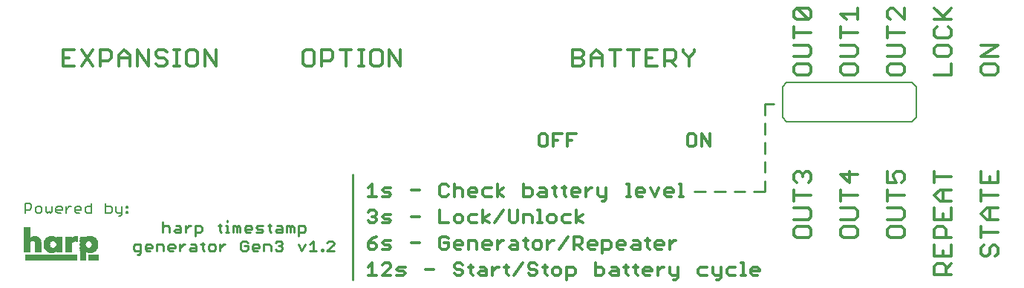
<source format=gbr>
G04 EAGLE Gerber RS-274X export*
G75*
%MOMM*%
%FSLAX34Y34*%
%LPD*%
%INSilkscreen Top*%
%IPPOS*%
%AMOC8*
5,1,8,0,0,1.08239X$1,22.5*%
G01*
%ADD10C,0.355600*%
%ADD11R,0.631700X0.011488*%
%ADD12R,5.973000X0.011488*%
%ADD13R,5.973000X0.011475*%
%ADD14R,0.631700X0.011475*%
%ADD15R,1.114200X0.011475*%
%ADD16R,1.114200X0.011488*%
%ADD17R,5.973000X0.011481*%
%ADD18R,0.631700X0.011481*%
%ADD19R,1.114200X0.011481*%
%ADD20R,0.149400X0.011488*%
%ADD21R,0.149300X0.011488*%
%ADD22R,0.034400X0.011488*%
%ADD23R,0.057400X0.011488*%
%ADD24R,0.046000X0.011488*%
%ADD25R,0.034500X0.011488*%
%ADD26R,0.321700X0.011481*%
%ADD27R,0.321600X0.011481*%
%ADD28R,0.022900X0.011481*%
%ADD29R,0.023000X0.011481*%
%ADD30R,0.425000X0.011488*%
%ADD31R,0.023000X0.011488*%
%ADD32R,0.011500X0.011488*%
%ADD33R,0.022900X0.011488*%
%ADD34R,0.505400X0.011488*%
%ADD35R,0.011400X0.011488*%
%ADD36R,0.574300X0.011475*%
%ADD37R,0.574400X0.011475*%
%ADD38R,0.011500X0.011475*%
%ADD39R,0.022900X0.011475*%
%ADD40R,0.620300X0.011488*%
%ADD41R,0.631800X0.011488*%
%ADD42R,0.620200X0.011488*%
%ADD43R,0.677700X0.011488*%
%ADD44R,0.689200X0.011488*%
%ADD45R,0.620300X0.011475*%
%ADD46R,0.723600X0.011475*%
%ADD47R,0.631800X0.011475*%
%ADD48R,0.620200X0.011475*%
%ADD49R,0.746600X0.011475*%
%ADD50R,0.011400X0.011475*%
%ADD51R,0.769600X0.011488*%
%ADD52R,0.781000X0.011488*%
%ADD53R,0.620300X0.011481*%
%ADD54R,0.815600X0.011481*%
%ADD55R,0.631800X0.011481*%
%ADD56R,0.620200X0.011481*%
%ADD57R,0.815500X0.011481*%
%ADD58R,0.011500X0.011481*%
%ADD59R,0.011400X0.011481*%
%ADD60R,0.838500X0.011488*%
%ADD61R,0.861500X0.011488*%
%ADD62R,0.884400X0.011488*%
%ADD63R,0.896000X0.011488*%
%ADD64R,0.918900X0.011481*%
%ADD65R,0.930400X0.011481*%
%ADD66R,0.941900X0.011488*%
%ADD67R,0.964900X0.011488*%
%ADD68R,0.976400X0.011488*%
%ADD69R,0.987800X0.011488*%
%ADD70R,0.999300X0.011475*%
%ADD71R,1.010800X0.011475*%
%ADD72R,1.022300X0.011488*%
%ADD73R,1.045300X0.011488*%
%ADD74R,1.068200X0.011488*%
%ADD75R,1.079700X0.011475*%
%ADD76R,1.091200X0.011475*%
%ADD77R,1.102700X0.011488*%
%ADD78R,1.125700X0.011488*%
%ADD79R,1.768900X0.011488*%
%ADD80R,1.137100X0.011481*%
%ADD81R,1.780400X0.011481*%
%ADD82R,1.791900X0.011488*%
%ADD83R,1.803400X0.011488*%
%ADD84R,1.814800X0.011488*%
%ADD85R,1.814900X0.011481*%
%ADD86R,1.826300X0.011481*%
%ADD87R,1.826400X0.011488*%
%ADD88R,1.826300X0.011488*%
%ADD89R,1.837900X0.011475*%
%ADD90R,1.837800X0.011475*%
%ADD91R,1.849400X0.011488*%
%ADD92R,1.849300X0.011488*%
%ADD93R,1.860800X0.011488*%
%ADD94R,1.860800X0.011475*%
%ADD95R,1.872300X0.011475*%
%ADD96R,1.872300X0.011488*%
%ADD97R,1.883800X0.011488*%
%ADD98R,1.895300X0.011488*%
%ADD99R,1.895300X0.011481*%
%ADD100R,1.906800X0.011488*%
%ADD101R,1.906700X0.011488*%
%ADD102R,1.918200X0.011488*%
%ADD103R,1.918300X0.011481*%
%ADD104R,1.918200X0.011481*%
%ADD105R,1.929800X0.011488*%
%ADD106R,1.929700X0.011488*%
%ADD107R,1.941300X0.011481*%
%ADD108R,1.941200X0.011481*%
%ADD109R,1.941300X0.011488*%
%ADD110R,1.952700X0.011488*%
%ADD111R,1.952700X0.011475*%
%ADD112R,1.964200X0.011475*%
%ADD113R,1.964200X0.011488*%
%ADD114R,1.975700X0.011488*%
%ADD115R,1.975700X0.011475*%
%ADD116R,1.987100X0.011488*%
%ADD117R,1.987200X0.011481*%
%ADD118R,1.987100X0.011481*%
%ADD119R,0.907400X0.011488*%
%ADD120R,0.930400X0.011488*%
%ADD121R,0.895900X0.011488*%
%ADD122R,0.057500X0.011488*%
%ADD123R,0.850000X0.011488*%
%ADD124R,0.827000X0.011481*%
%ADD125R,0.861500X0.011481*%
%ADD126R,0.850000X0.011481*%
%ADD127R,0.804100X0.011488*%
%ADD128R,0.838600X0.011488*%
%ADD129R,0.827000X0.011488*%
%ADD130R,0.804000X0.011488*%
%ADD131R,0.792600X0.011488*%
%ADD132R,0.815600X0.011488*%
%ADD133R,0.815500X0.011488*%
%ADD134R,0.792500X0.011488*%
%ADD135R,0.781100X0.011475*%
%ADD136R,0.792600X0.011475*%
%ADD137R,0.769600X0.011475*%
%ADD138R,0.781100X0.011488*%
%ADD139R,0.758100X0.011488*%
%ADD140R,0.746700X0.011475*%
%ADD141R,0.735100X0.011475*%
%ADD142R,0.746600X0.011488*%
%ADD143R,0.735200X0.011488*%
%ADD144R,0.735100X0.011488*%
%ADD145R,0.723700X0.011488*%
%ADD146R,0.723600X0.011488*%
%ADD147R,0.723600X0.011481*%
%ADD148R,0.712200X0.011481*%
%ADD149R,0.712100X0.011481*%
%ADD150R,0.723700X0.011481*%
%ADD151R,0.712100X0.011488*%
%ADD152R,0.700700X0.011488*%
%ADD153R,0.712200X0.011488*%
%ADD154R,0.700600X0.011488*%
%ADD155R,0.689200X0.011481*%
%ADD156R,0.700700X0.011481*%
%ADD157R,0.689200X0.011475*%
%ADD158R,0.666300X0.011475*%
%ADD159R,0.666200X0.011475*%
%ADD160R,0.666300X0.011488*%
%ADD161R,0.666200X0.011488*%
%ADD162R,0.654800X0.011488*%
%ADD163R,0.654700X0.011488*%
%ADD164R,0.677700X0.011475*%
%ADD165R,0.654800X0.011475*%
%ADD166R,0.654700X0.011475*%
%ADD167R,0.643300X0.011488*%
%ADD168R,0.643200X0.011488*%
%ADD169R,0.666200X0.011481*%
%ADD170R,0.666300X0.011481*%
%ADD171R,0.654700X0.011481*%
%ADD172R,0.654800X0.011481*%
%ADD173R,0.608800X0.011488*%
%ADD174R,0.608800X0.011475*%
%ADD175R,0.608800X0.011481*%
%ADD176R,0.643200X0.011481*%
%ADD177R,0.643200X0.011475*%
%ADD178R,0.643300X0.011481*%
%ADD179R,0.677700X0.011481*%
%ADD180R,0.700600X0.011475*%
%ADD181R,0.712100X0.011475*%
%ADD182R,0.700700X0.011475*%
%ADD183R,0.735100X0.011481*%
%ADD184R,0.769600X0.011481*%
%ADD185R,0.746700X0.011488*%
%ADD186R,0.758100X0.011481*%
%ADD187R,0.861400X0.011488*%
%ADD188R,0.068900X0.011488*%
%ADD189R,0.792600X0.011481*%
%ADD190R,0.895900X0.011481*%
%ADD191R,0.103400X0.011481*%
%ADD192R,0.792500X0.011481*%
%ADD193R,1.045200X0.011488*%
%ADD194R,0.252700X0.011488*%
%ADD195R,0.861500X0.011475*%
%ADD196R,0.896000X0.011475*%
%ADD197R,1.320900X0.011475*%
%ADD198R,0.895900X0.011475*%
%ADD199R,0.023000X0.011475*%
%ADD200R,1.320900X0.011488*%
%ADD201R,1.987200X0.011488*%
%ADD202R,0.838500X0.011475*%
%ADD203R,0.792500X0.011475*%
%ADD204R,1.987200X0.011475*%
%ADD205R,0.884500X0.011488*%
%ADD206R,0.045900X0.011488*%
%ADD207R,1.837800X0.011481*%
%ADD208R,1.975700X0.011481*%
%ADD209R,1.320900X0.011481*%
%ADD210R,1.964200X0.011481*%
%ADD211R,1.837800X0.011488*%
%ADD212R,1.952700X0.011481*%
%ADD213R,1.941200X0.011488*%
%ADD214R,1.826400X0.011475*%
%ADD215R,1.929800X0.011475*%
%ADD216R,1.929700X0.011475*%
%ADD217R,1.814900X0.011488*%
%ADD218R,1.918300X0.011488*%
%ADD219R,1.814900X0.011475*%
%ADD220R,1.906800X0.011475*%
%ADD221R,1.906700X0.011475*%
%ADD222R,1.791900X0.011481*%
%ADD223R,1.883800X0.011481*%
%ADD224R,1.780400X0.011488*%
%ADD225R,1.860800X0.011481*%
%ADD226R,1.768900X0.011475*%
%ADD227R,1.757400X0.011488*%
%ADD228R,1.114100X0.011475*%
%ADD229R,1.803400X0.011475*%
%ADD230R,1.091300X0.011488*%
%ADD231R,1.068300X0.011488*%
%ADD232R,1.137200X0.011488*%
%ADD233R,1.045300X0.011481*%
%ADD234R,1.769000X0.011481*%
%ADD235R,1.033800X0.011488*%
%ADD236R,0.597300X0.011488*%
%ADD237R,1.010800X0.011488*%
%ADD238R,1.091200X0.011488*%
%ADD239R,0.585800X0.011488*%
%ADD240R,0.987800X0.011481*%
%ADD241R,1.068200X0.011481*%
%ADD242R,0.574300X0.011481*%
%ADD243R,0.964800X0.011488*%
%ADD244R,0.562800X0.011488*%
%ADD245R,0.941800X0.011488*%
%ADD246R,0.551300X0.011488*%
%ADD247R,0.999300X0.011488*%
%ADD248R,0.907500X0.011481*%
%ADD249R,0.987900X0.011481*%
%ADD250R,0.539900X0.011481*%
%ADD251R,0.964900X0.011481*%
%ADD252R,0.953400X0.011488*%
%ADD253R,0.528400X0.011488*%
%ADD254R,0.907500X0.011488*%
%ADD255R,0.815500X0.011475*%
%ADD256R,0.884400X0.011475*%
%ADD257R,0.493900X0.011475*%
%ADD258R,0.873000X0.011475*%
%ADD259R,0.470900X0.011488*%
%ADD260R,0.448000X0.011488*%
%ADD261R,0.425000X0.011475*%
%ADD262R,0.402000X0.011488*%
%ADD263R,0.608700X0.011481*%
%ADD264R,0.689100X0.011481*%
%ADD265R,0.367600X0.011481*%
%ADD266R,0.551400X0.011488*%
%ADD267R,0.333100X0.011488*%
%ADD268R,0.482400X0.011488*%
%ADD269R,0.574300X0.011488*%
%ADD270R,0.287200X0.011488*%
%ADD271R,0.562900X0.011488*%
%ADD272R,0.402100X0.011481*%
%ADD273R,0.493900X0.011481*%
%ADD274R,0.229700X0.011481*%
%ADD275R,0.482400X0.011481*%
%ADD276R,0.264100X0.011488*%
%ADD277R,0.413500X0.011488*%
%ADD278R,0.402100X0.011488*%
%ADD279R,0.310200X0.011488*%
%ADD280R,0.298600X0.011488*%
%ADD281R,0.091900X0.011475*%
%ADD282R,0.057400X0.011475*%
%ADD283R,0.068900X0.011475*%
%ADD284R,0.057500X0.011475*%
%ADD285C,0.203200*%
%ADD286C,0.254000*%
%ADD287C,0.330200*%
%ADD288C,0.152400*%


D10*
X1210012Y49322D02*
X1206792Y46102D01*
X1206792Y39662D01*
X1210012Y36442D01*
X1213232Y36442D01*
X1216452Y39662D01*
X1216452Y46102D01*
X1219672Y49322D01*
X1222892Y49322D01*
X1226112Y46102D01*
X1226112Y39662D01*
X1222892Y36442D01*
X1226112Y63931D02*
X1206792Y63931D01*
X1206792Y57491D02*
X1206792Y70372D01*
X1213232Y78540D02*
X1226112Y78540D01*
X1213232Y78540D02*
X1206792Y84981D01*
X1213232Y91421D01*
X1226112Y91421D01*
X1216452Y91421D02*
X1216452Y78540D01*
X1226112Y106030D02*
X1206792Y106030D01*
X1206792Y99590D02*
X1206792Y112470D01*
X1206792Y120639D02*
X1206792Y133519D01*
X1206792Y120639D02*
X1226112Y120639D01*
X1226112Y133519D01*
X1216452Y127079D02*
X1216452Y120639D01*
X1206792Y246508D02*
X1206792Y252948D01*
X1206792Y246508D02*
X1210012Y243288D01*
X1222892Y243288D01*
X1226112Y246508D01*
X1226112Y252948D01*
X1222892Y256168D01*
X1210012Y256168D01*
X1206792Y252948D01*
X1206792Y264337D02*
X1226112Y264337D01*
X1226112Y277218D02*
X1206792Y264337D01*
X1206792Y277218D02*
X1226112Y277218D01*
X1172772Y15393D02*
X1153452Y15393D01*
X1153452Y25053D01*
X1156672Y28273D01*
X1163112Y28273D01*
X1166332Y25053D01*
X1166332Y15393D01*
X1166332Y21833D02*
X1172772Y28273D01*
X1153452Y36442D02*
X1153452Y49322D01*
X1153452Y36442D02*
X1172772Y36442D01*
X1172772Y49322D01*
X1163112Y42882D02*
X1163112Y36442D01*
X1172772Y57491D02*
X1153452Y57491D01*
X1153452Y67152D01*
X1156672Y70372D01*
X1163112Y70372D01*
X1166332Y67152D01*
X1166332Y57491D01*
X1153452Y78540D02*
X1153452Y91421D01*
X1153452Y78540D02*
X1172772Y78540D01*
X1172772Y91421D01*
X1163112Y84981D02*
X1163112Y78540D01*
X1159892Y99590D02*
X1172772Y99590D01*
X1159892Y99590D02*
X1153452Y106030D01*
X1159892Y112470D01*
X1172772Y112470D01*
X1163112Y112470D02*
X1163112Y99590D01*
X1172772Y127079D02*
X1153452Y127079D01*
X1153452Y120639D02*
X1153452Y133519D01*
X1153452Y243288D02*
X1172772Y243288D01*
X1172772Y256168D01*
X1153452Y267557D02*
X1153452Y273997D01*
X1153452Y267557D02*
X1156672Y264337D01*
X1169552Y264337D01*
X1172772Y267557D01*
X1172772Y273997D01*
X1169552Y277218D01*
X1156672Y277218D01*
X1153452Y273997D01*
X1153452Y295047D02*
X1156672Y298267D01*
X1153452Y295047D02*
X1153452Y288606D01*
X1156672Y285386D01*
X1169552Y285386D01*
X1172772Y288606D01*
X1172772Y295047D01*
X1169552Y298267D01*
X1172772Y306436D02*
X1153452Y306436D01*
X1166332Y306436D02*
X1153452Y319316D01*
X1163112Y309656D02*
X1172772Y319316D01*
X1100112Y67152D02*
X1100112Y60711D01*
X1103332Y57491D01*
X1116212Y57491D01*
X1119432Y60711D01*
X1119432Y67152D01*
X1116212Y70372D01*
X1103332Y70372D01*
X1100112Y67152D01*
X1100112Y78540D02*
X1116212Y78540D01*
X1119432Y81761D01*
X1119432Y88201D01*
X1116212Y91421D01*
X1100112Y91421D01*
X1100112Y106030D02*
X1119432Y106030D01*
X1100112Y99590D02*
X1100112Y112470D01*
X1100112Y120639D02*
X1100112Y133519D01*
X1100112Y120639D02*
X1109772Y120639D01*
X1106552Y127079D01*
X1106552Y130299D01*
X1109772Y133519D01*
X1116212Y133519D01*
X1119432Y130299D01*
X1119432Y123859D01*
X1116212Y120639D01*
X1100112Y246508D02*
X1100112Y252948D01*
X1100112Y246508D02*
X1103332Y243288D01*
X1116212Y243288D01*
X1119432Y246508D01*
X1119432Y252948D01*
X1116212Y256168D01*
X1103332Y256168D01*
X1100112Y252948D01*
X1100112Y264337D02*
X1116212Y264337D01*
X1119432Y267557D01*
X1119432Y273997D01*
X1116212Y277218D01*
X1100112Y277218D01*
X1100112Y291827D02*
X1119432Y291827D01*
X1100112Y285386D02*
X1100112Y298267D01*
X1119432Y306436D02*
X1119432Y319316D01*
X1119432Y306436D02*
X1106552Y319316D01*
X1103332Y319316D01*
X1100112Y316096D01*
X1100112Y309656D01*
X1103332Y306436D01*
X1046812Y67152D02*
X1046812Y60711D01*
X1050032Y57491D01*
X1062912Y57491D01*
X1066132Y60711D01*
X1066132Y67152D01*
X1062912Y70372D01*
X1050032Y70372D01*
X1046812Y67152D01*
X1046812Y78540D02*
X1062912Y78540D01*
X1066132Y81761D01*
X1066132Y88201D01*
X1062912Y91421D01*
X1046812Y91421D01*
X1046812Y106030D02*
X1066132Y106030D01*
X1046812Y99590D02*
X1046812Y112470D01*
X1046812Y130299D02*
X1066132Y130299D01*
X1056472Y120639D02*
X1046812Y130299D01*
X1056472Y133519D02*
X1056472Y120639D01*
X1046812Y246508D02*
X1046812Y252948D01*
X1046812Y246508D02*
X1050032Y243288D01*
X1062912Y243288D01*
X1066132Y246508D01*
X1066132Y252948D01*
X1062912Y256168D01*
X1050032Y256168D01*
X1046812Y252948D01*
X1046812Y264337D02*
X1062912Y264337D01*
X1066132Y267557D01*
X1066132Y273997D01*
X1062912Y277218D01*
X1046812Y277218D01*
X1046812Y291827D02*
X1066132Y291827D01*
X1046812Y285386D02*
X1046812Y298267D01*
X1053252Y306436D02*
X1046812Y312876D01*
X1066132Y312876D01*
X1066132Y306436D02*
X1066132Y319316D01*
X993512Y67152D02*
X993512Y60711D01*
X996732Y57491D01*
X1009612Y57491D01*
X1012832Y60711D01*
X1012832Y67152D01*
X1009612Y70372D01*
X996732Y70372D01*
X993512Y67152D01*
X993512Y78540D02*
X1009612Y78540D01*
X1012832Y81761D01*
X1012832Y88201D01*
X1009612Y91421D01*
X993512Y91421D01*
X993512Y106030D02*
X1012832Y106030D01*
X993512Y99590D02*
X993512Y112470D01*
X996732Y120639D02*
X993512Y123859D01*
X993512Y130299D01*
X996732Y133519D01*
X999952Y133519D01*
X1003172Y130299D01*
X1003172Y127079D01*
X1003172Y130299D02*
X1006392Y133519D01*
X1009612Y133519D01*
X1012832Y130299D01*
X1012832Y123859D01*
X1009612Y120639D01*
X993512Y246508D02*
X993512Y252948D01*
X993512Y246508D02*
X996732Y243288D01*
X1009612Y243288D01*
X1012832Y246508D01*
X1012832Y252948D01*
X1009612Y256168D01*
X996732Y256168D01*
X993512Y252948D01*
X993512Y264337D02*
X1009612Y264337D01*
X1012832Y267557D01*
X1012832Y273997D01*
X1009612Y277218D01*
X993512Y277218D01*
X993512Y291827D02*
X1012832Y291827D01*
X993512Y285386D02*
X993512Y298267D01*
X996732Y306436D02*
X1009612Y306436D01*
X996732Y306436D02*
X993512Y309656D01*
X993512Y316096D01*
X996732Y319316D01*
X1009612Y319316D01*
X1012832Y316096D01*
X1012832Y309656D01*
X1009612Y306436D01*
X996732Y319316D01*
D11*
X182473Y31845D03*
D12*
X146118Y31960D03*
D11*
X182473Y31960D03*
D13*
X146118Y32075D03*
D14*
X182473Y32075D03*
D15*
X194648Y32075D03*
D12*
X146118Y32190D03*
D11*
X182473Y32190D03*
D16*
X194648Y32190D03*
D12*
X146118Y32305D03*
D11*
X182473Y32305D03*
D16*
X194648Y32305D03*
D13*
X146118Y32420D03*
D14*
X182473Y32420D03*
D15*
X194648Y32420D03*
D12*
X146118Y32534D03*
D11*
X182473Y32534D03*
D16*
X194648Y32534D03*
D17*
X146118Y32649D03*
D18*
X182473Y32649D03*
D19*
X194648Y32649D03*
D12*
X146118Y32764D03*
D11*
X182473Y32764D03*
D16*
X194648Y32764D03*
D12*
X146118Y32879D03*
D11*
X182473Y32879D03*
D16*
X194648Y32879D03*
D17*
X146118Y32994D03*
D18*
X182473Y32994D03*
D19*
X194648Y32994D03*
D12*
X146118Y33109D03*
D11*
X182473Y33109D03*
D16*
X194648Y33109D03*
D12*
X146118Y33224D03*
D11*
X182473Y33224D03*
D16*
X194648Y33224D03*
D13*
X146118Y33339D03*
D14*
X182473Y33339D03*
D15*
X194648Y33339D03*
D12*
X146118Y33453D03*
D11*
X182473Y33453D03*
D16*
X194648Y33453D03*
D12*
X146118Y33568D03*
D11*
X182473Y33568D03*
D16*
X194648Y33568D03*
D13*
X146118Y33683D03*
D14*
X182473Y33683D03*
D15*
X194648Y33683D03*
D12*
X146118Y33798D03*
D11*
X182473Y33798D03*
D16*
X194648Y33798D03*
D12*
X146118Y33913D03*
D11*
X182473Y33913D03*
D16*
X194648Y33913D03*
D17*
X146118Y34028D03*
D18*
X182473Y34028D03*
D19*
X194648Y34028D03*
D12*
X146118Y34143D03*
D11*
X182473Y34143D03*
D16*
X194648Y34143D03*
D12*
X146118Y34257D03*
D11*
X182473Y34257D03*
D16*
X194648Y34257D03*
D17*
X146118Y34372D03*
D18*
X182473Y34372D03*
D19*
X194648Y34372D03*
D12*
X146118Y34487D03*
D11*
X182473Y34487D03*
D16*
X194648Y34487D03*
D13*
X146118Y34602D03*
D14*
X182473Y34602D03*
D15*
X194648Y34602D03*
D12*
X146118Y34717D03*
D11*
X182473Y34717D03*
D16*
X194648Y34717D03*
D12*
X146118Y34832D03*
D11*
X182473Y34832D03*
D16*
X194648Y34832D03*
D13*
X146118Y34947D03*
D14*
X182473Y34947D03*
D15*
X194648Y34947D03*
D12*
X146118Y35061D03*
D11*
X182473Y35061D03*
D16*
X194648Y35061D03*
D12*
X146118Y35176D03*
D11*
X182473Y35176D03*
D16*
X194648Y35176D03*
D17*
X146118Y35291D03*
D18*
X182473Y35291D03*
D19*
X194648Y35291D03*
D12*
X146118Y35406D03*
D11*
X182473Y35406D03*
D16*
X194648Y35406D03*
D12*
X146118Y35521D03*
D11*
X182473Y35521D03*
D16*
X194648Y35521D03*
D17*
X146118Y35636D03*
D18*
X182473Y35636D03*
D19*
X194648Y35636D03*
D12*
X146118Y35751D03*
D11*
X182473Y35751D03*
D16*
X194648Y35751D03*
D12*
X146118Y35866D03*
D11*
X182473Y35866D03*
D16*
X194648Y35866D03*
D17*
X146118Y35980D03*
D18*
X182473Y35980D03*
D19*
X194648Y35980D03*
D12*
X146118Y36095D03*
D11*
X182473Y36095D03*
D16*
X194648Y36095D03*
D12*
X146118Y36210D03*
D11*
X182473Y36210D03*
D16*
X194648Y36210D03*
D13*
X146118Y36325D03*
D14*
X182473Y36325D03*
D15*
X194648Y36325D03*
D12*
X146118Y36440D03*
D11*
X182473Y36440D03*
D16*
X194648Y36440D03*
D12*
X146118Y36555D03*
D11*
X182473Y36555D03*
D16*
X194648Y36555D03*
D13*
X146118Y36670D03*
D14*
X182473Y36670D03*
D15*
X194648Y36670D03*
D12*
X146118Y36784D03*
D11*
X182473Y36784D03*
D16*
X194648Y36784D03*
D17*
X146118Y36899D03*
D18*
X182473Y36899D03*
D19*
X194648Y36899D03*
D12*
X146118Y37014D03*
D11*
X182473Y37014D03*
D16*
X194648Y37014D03*
D12*
X146118Y37129D03*
D11*
X182473Y37129D03*
D16*
X194648Y37129D03*
D17*
X146118Y37244D03*
D18*
X182473Y37244D03*
D19*
X194648Y37244D03*
D12*
X146118Y37359D03*
D11*
X182473Y37359D03*
D16*
X194648Y37359D03*
D12*
X146118Y37474D03*
D11*
X182473Y37474D03*
D16*
X194648Y37474D03*
D13*
X146118Y37589D03*
D14*
X182473Y37589D03*
D15*
X194648Y37589D03*
D11*
X182473Y37703D03*
D16*
X194648Y37703D03*
D12*
X146118Y37703D03*
D11*
X182473Y37818D03*
D16*
X194648Y37818D03*
D14*
X182473Y37933D03*
D11*
X182473Y38048D03*
X182473Y38163D03*
D18*
X182473Y38278D03*
D11*
X182473Y38393D03*
X182473Y38507D03*
D18*
X182473Y38622D03*
D11*
X182473Y38737D03*
D14*
X182473Y38852D03*
D11*
X182473Y38967D03*
X182473Y39082D03*
D14*
X182473Y39197D03*
D11*
X182473Y39311D03*
X182473Y39426D03*
D18*
X182473Y39541D03*
D11*
X182473Y39656D03*
X182473Y39771D03*
D18*
X182473Y39886D03*
D11*
X182473Y40001D03*
D20*
X147209Y40116D03*
D11*
X182473Y40116D03*
D21*
X191203Y40116D03*
D22*
X146290Y40116D03*
D23*
X148243Y40116D03*
D24*
X190226Y40116D03*
D25*
X192122Y40116D03*
D26*
X147267Y40230D03*
D18*
X182473Y40230D03*
D27*
X191145Y40230D03*
D28*
X145544Y40230D03*
X148990Y40230D03*
D29*
X189422Y40230D03*
X192868Y40230D03*
D30*
X147324Y40345D03*
D11*
X182473Y40345D03*
D30*
X191202Y40345D03*
D31*
X145084Y40345D03*
D32*
X149507Y40345D03*
D33*
X188963Y40345D03*
D32*
X193385Y40345D03*
D34*
X147267Y40460D03*
D11*
X182473Y40460D03*
D34*
X191145Y40460D03*
D32*
X144683Y40460D03*
D35*
X149851Y40460D03*
D32*
X188561Y40460D03*
D31*
X193787Y40460D03*
D36*
X147267Y40575D03*
D14*
X182473Y40575D03*
D37*
X191145Y40575D03*
D38*
X144338Y40575D03*
X150196Y40575D03*
X188216Y40575D03*
D39*
X194132Y40575D03*
D40*
X119355Y40690D03*
X131760Y40690D03*
X147267Y40690D03*
D41*
X155939Y40690D03*
D42*
X166449Y40690D03*
D11*
X182473Y40690D03*
X191203Y40690D03*
D32*
X116196Y40690D03*
X122514Y40690D03*
D35*
X128601Y40690D03*
D32*
X144108Y40690D03*
X150426Y40690D03*
X163291Y40690D03*
X169608Y40690D03*
X187987Y40690D03*
X194419Y40690D03*
D40*
X119355Y40805D03*
X131760Y40805D03*
D43*
X147210Y40805D03*
D41*
X155939Y40805D03*
D42*
X166449Y40805D03*
D11*
X182473Y40805D03*
D44*
X191145Y40805D03*
D32*
X116196Y40805D03*
X122514Y40805D03*
D35*
X128601Y40805D03*
D32*
X143764Y40805D03*
D35*
X150655Y40805D03*
D32*
X163291Y40805D03*
X169608Y40805D03*
X187642Y40805D03*
X194649Y40805D03*
D45*
X119355Y40920D03*
X131760Y40920D03*
D46*
X147209Y40920D03*
D47*
X155939Y40920D03*
D48*
X166449Y40920D03*
D14*
X182473Y40920D03*
D49*
X191202Y40920D03*
D38*
X116196Y40920D03*
X122514Y40920D03*
D50*
X128601Y40920D03*
D38*
X143534Y40920D03*
X150885Y40920D03*
X163291Y40920D03*
X169608Y40920D03*
D40*
X119355Y41034D03*
X131760Y41034D03*
D51*
X147209Y41034D03*
D41*
X155939Y41034D03*
D42*
X166449Y41034D03*
D11*
X182473Y41034D03*
D52*
X191145Y41034D03*
D32*
X116196Y41034D03*
X122514Y41034D03*
D35*
X128601Y41034D03*
D32*
X143304Y41034D03*
X151115Y41034D03*
X163291Y41034D03*
X169608Y41034D03*
X195108Y41034D03*
D53*
X119355Y41149D03*
X131760Y41149D03*
D54*
X147209Y41149D03*
D55*
X155939Y41149D03*
D56*
X166449Y41149D03*
D18*
X182473Y41149D03*
D57*
X191203Y41149D03*
D58*
X116196Y41149D03*
X122514Y41149D03*
D59*
X128601Y41149D03*
D58*
X163291Y41149D03*
X169608Y41149D03*
X187068Y41149D03*
X195338Y41149D03*
D40*
X119355Y41264D03*
X131760Y41264D03*
D60*
X147210Y41264D03*
D41*
X155939Y41264D03*
D42*
X166449Y41264D03*
D11*
X182473Y41264D03*
D61*
X191203Y41264D03*
D32*
X116196Y41264D03*
X122514Y41264D03*
D35*
X128601Y41264D03*
D32*
X142960Y41264D03*
X151460Y41264D03*
X163291Y41264D03*
X169608Y41264D03*
X195568Y41264D03*
D40*
X119355Y41379D03*
X131760Y41379D03*
D62*
X147209Y41379D03*
D41*
X155939Y41379D03*
D42*
X166449Y41379D03*
D11*
X182473Y41379D03*
D63*
X191260Y41379D03*
D32*
X116196Y41379D03*
X122514Y41379D03*
D35*
X128601Y41379D03*
D32*
X142730Y41379D03*
X163291Y41379D03*
X169608Y41379D03*
X186723Y41379D03*
D53*
X119355Y41494D03*
X131760Y41494D03*
D64*
X147152Y41494D03*
D55*
X155939Y41494D03*
D56*
X166449Y41494D03*
D18*
X182473Y41494D03*
D65*
X191202Y41494D03*
D58*
X116196Y41494D03*
X122514Y41494D03*
D59*
X128601Y41494D03*
D58*
X163291Y41494D03*
X169608Y41494D03*
X195912Y41494D03*
D40*
X119355Y41609D03*
X131760Y41609D03*
D66*
X147152Y41609D03*
D41*
X155939Y41609D03*
D42*
X166449Y41609D03*
D11*
X182473Y41609D03*
D67*
X191260Y41609D03*
D32*
X116196Y41609D03*
X122514Y41609D03*
D35*
X128601Y41609D03*
D32*
X142385Y41609D03*
X163291Y41609D03*
X169608Y41609D03*
D40*
X119355Y41724D03*
X131760Y41724D03*
D68*
X147094Y41724D03*
D41*
X155939Y41724D03*
D42*
X166449Y41724D03*
D11*
X182473Y41724D03*
D69*
X191260Y41724D03*
D32*
X116196Y41724D03*
X122514Y41724D03*
D35*
X128601Y41724D03*
D32*
X163291Y41724D03*
X169608Y41724D03*
X186264Y41724D03*
X196257Y41724D03*
D45*
X119355Y41839D03*
X131760Y41839D03*
D70*
X147095Y41839D03*
D47*
X155939Y41839D03*
D48*
X166449Y41839D03*
D14*
X182473Y41839D03*
D71*
X191260Y41839D03*
D38*
X116196Y41839D03*
X122514Y41839D03*
D50*
X128601Y41839D03*
D38*
X163291Y41839D03*
X169608Y41839D03*
X186149Y41839D03*
X196372Y41839D03*
D40*
X119355Y41953D03*
X131760Y41953D03*
D72*
X147095Y41953D03*
D41*
X155939Y41953D03*
D42*
X166449Y41953D03*
D11*
X182473Y41953D03*
D73*
X191318Y41953D03*
D32*
X116196Y41953D03*
X122514Y41953D03*
D35*
X128601Y41953D03*
D32*
X141926Y41953D03*
X163291Y41953D03*
X169608Y41953D03*
X186034Y41953D03*
D40*
X119355Y42068D03*
X131760Y42068D03*
D73*
X147095Y42068D03*
D41*
X155939Y42068D03*
D42*
X166449Y42068D03*
D11*
X182473Y42068D03*
D74*
X191317Y42068D03*
D32*
X116196Y42068D03*
X122514Y42068D03*
D35*
X128601Y42068D03*
D32*
X141811Y42068D03*
X163291Y42068D03*
X169608Y42068D03*
X185919Y42068D03*
X196716Y42068D03*
D45*
X119355Y42183D03*
X131760Y42183D03*
D75*
X147037Y42183D03*
D47*
X155939Y42183D03*
D48*
X166449Y42183D03*
D14*
X182473Y42183D03*
D76*
X191317Y42183D03*
D38*
X116196Y42183D03*
X122514Y42183D03*
D50*
X128601Y42183D03*
D38*
X163291Y42183D03*
X169608Y42183D03*
X185804Y42183D03*
X196831Y42183D03*
D40*
X119355Y42298D03*
X131760Y42298D03*
D77*
X147037Y42298D03*
D41*
X155939Y42298D03*
D42*
X166449Y42298D03*
D11*
X182473Y42298D03*
D16*
X191317Y42298D03*
D32*
X116196Y42298D03*
X122514Y42298D03*
D35*
X128601Y42298D03*
D32*
X163291Y42298D03*
X169608Y42298D03*
X185689Y42298D03*
X196946Y42298D03*
D40*
X119355Y42413D03*
X131760Y42413D03*
D78*
X147037Y42413D03*
D41*
X155939Y42413D03*
D42*
X166449Y42413D03*
D79*
X188159Y42413D03*
D32*
X116196Y42413D03*
X122514Y42413D03*
D35*
X128601Y42413D03*
D32*
X163291Y42413D03*
X169608Y42413D03*
X197061Y42413D03*
D53*
X119355Y42528D03*
X131760Y42528D03*
D80*
X146980Y42528D03*
D55*
X155939Y42528D03*
D56*
X166449Y42528D03*
D81*
X188216Y42528D03*
D58*
X116196Y42528D03*
X122514Y42528D03*
D59*
X128601Y42528D03*
D58*
X152723Y42528D03*
X163291Y42528D03*
X169608Y42528D03*
X197176Y42528D03*
D40*
X119355Y42643D03*
X131760Y42643D03*
D82*
X150139Y42643D03*
D42*
X166449Y42643D03*
D83*
X188331Y42643D03*
D32*
X116196Y42643D03*
X122514Y42643D03*
D35*
X128601Y42643D03*
D32*
X163291Y42643D03*
X169608Y42643D03*
D40*
X119355Y42757D03*
X131760Y42757D03*
D83*
X150081Y42757D03*
D42*
X166449Y42757D03*
D84*
X188388Y42757D03*
D32*
X116196Y42757D03*
X122514Y42757D03*
D35*
X128601Y42757D03*
D32*
X163291Y42757D03*
X169608Y42757D03*
D53*
X119355Y42872D03*
X131760Y42872D03*
D85*
X150024Y42872D03*
D56*
X166449Y42872D03*
D86*
X188446Y42872D03*
D58*
X116196Y42872D03*
X122514Y42872D03*
D59*
X128601Y42872D03*
D58*
X163291Y42872D03*
X169608Y42872D03*
D40*
X119355Y42987D03*
X131760Y42987D03*
D87*
X149966Y42987D03*
D42*
X166449Y42987D03*
D88*
X188446Y42987D03*
D32*
X116196Y42987D03*
X122514Y42987D03*
D35*
X128601Y42987D03*
D32*
X163291Y42987D03*
X169608Y42987D03*
X197635Y42987D03*
D45*
X119355Y43102D03*
X131760Y43102D03*
D89*
X149909Y43102D03*
D48*
X166449Y43102D03*
D90*
X188503Y43102D03*
D38*
X116196Y43102D03*
X122514Y43102D03*
D50*
X128601Y43102D03*
D38*
X163291Y43102D03*
X169608Y43102D03*
X197750Y43102D03*
D40*
X119355Y43217D03*
X131760Y43217D03*
D91*
X149851Y43217D03*
D42*
X166449Y43217D03*
D92*
X188561Y43217D03*
D32*
X116196Y43217D03*
X122514Y43217D03*
D35*
X128601Y43217D03*
D32*
X163291Y43217D03*
X169608Y43217D03*
X197865Y43217D03*
D40*
X119355Y43332D03*
X131760Y43332D03*
D93*
X149794Y43332D03*
D42*
X166449Y43332D03*
D93*
X188618Y43332D03*
D32*
X116196Y43332D03*
X122514Y43332D03*
D35*
X128601Y43332D03*
D32*
X163291Y43332D03*
X169608Y43332D03*
D45*
X119355Y43447D03*
X131760Y43447D03*
D94*
X149794Y43447D03*
D48*
X166449Y43447D03*
D95*
X188676Y43447D03*
D38*
X116196Y43447D03*
X122514Y43447D03*
D50*
X128601Y43447D03*
D38*
X140433Y43447D03*
X163291Y43447D03*
X169608Y43447D03*
D40*
X119355Y43561D03*
X131760Y43561D03*
D96*
X149737Y43561D03*
D42*
X166449Y43561D03*
D97*
X188733Y43561D03*
D32*
X116196Y43561D03*
X122514Y43561D03*
D35*
X128601Y43561D03*
D32*
X140318Y43561D03*
X163291Y43561D03*
X169608Y43561D03*
D40*
X119355Y43676D03*
X131760Y43676D03*
D97*
X149679Y43676D03*
D42*
X166449Y43676D03*
D98*
X188791Y43676D03*
D32*
X116196Y43676D03*
X122514Y43676D03*
D35*
X128601Y43676D03*
D32*
X140203Y43676D03*
X163291Y43676D03*
X169608Y43676D03*
D53*
X119355Y43791D03*
X131760Y43791D03*
D99*
X149622Y43791D03*
D56*
X166449Y43791D03*
D99*
X188791Y43791D03*
D58*
X116196Y43791D03*
X122514Y43791D03*
D59*
X128601Y43791D03*
D58*
X163291Y43791D03*
X169608Y43791D03*
D59*
X198324Y43791D03*
D40*
X119355Y43906D03*
X131760Y43906D03*
D100*
X149564Y43906D03*
D42*
X166449Y43906D03*
D101*
X188848Y43906D03*
D32*
X116196Y43906D03*
X122514Y43906D03*
D35*
X128601Y43906D03*
D32*
X163291Y43906D03*
X169608Y43906D03*
D40*
X119355Y44021D03*
X131760Y44021D03*
D100*
X149564Y44021D03*
D42*
X166449Y44021D03*
D102*
X188905Y44021D03*
D32*
X116196Y44021D03*
X122514Y44021D03*
D35*
X128601Y44021D03*
D32*
X139973Y44021D03*
X163291Y44021D03*
X169608Y44021D03*
D53*
X119355Y44136D03*
X131760Y44136D03*
D103*
X149507Y44136D03*
D56*
X166449Y44136D03*
D104*
X188905Y44136D03*
D58*
X116196Y44136D03*
X122514Y44136D03*
D59*
X128601Y44136D03*
D58*
X163291Y44136D03*
X169608Y44136D03*
X198554Y44136D03*
D40*
X119355Y44251D03*
X131760Y44251D03*
D105*
X149449Y44251D03*
D42*
X166449Y44251D03*
D106*
X188963Y44251D03*
D32*
X116196Y44251D03*
X122514Y44251D03*
D35*
X128601Y44251D03*
D32*
X163291Y44251D03*
X169608Y44251D03*
D40*
X119355Y44366D03*
X131760Y44366D03*
D105*
X149449Y44366D03*
D42*
X166449Y44366D03*
D106*
X188963Y44366D03*
D32*
X116196Y44366D03*
X122514Y44366D03*
D35*
X128601Y44366D03*
D32*
X139743Y44366D03*
X163291Y44366D03*
X169608Y44366D03*
X198669Y44366D03*
D53*
X119355Y44480D03*
X131760Y44480D03*
D107*
X149392Y44480D03*
D56*
X166449Y44480D03*
D108*
X189020Y44480D03*
D58*
X116196Y44480D03*
X122514Y44480D03*
D59*
X128601Y44480D03*
D58*
X163291Y44480D03*
X169608Y44480D03*
X198784Y44480D03*
D40*
X119355Y44595D03*
X131760Y44595D03*
D109*
X149392Y44595D03*
D42*
X166449Y44595D03*
D110*
X189078Y44595D03*
D32*
X116196Y44595D03*
X122514Y44595D03*
D35*
X128601Y44595D03*
X139628Y44595D03*
D32*
X163291Y44595D03*
X169608Y44595D03*
D40*
X119355Y44710D03*
X131760Y44710D03*
D110*
X149335Y44710D03*
D42*
X166449Y44710D03*
D110*
X189078Y44710D03*
D32*
X116196Y44710D03*
X122514Y44710D03*
D35*
X128601Y44710D03*
D32*
X163291Y44710D03*
X169608Y44710D03*
X198899Y44710D03*
D45*
X119355Y44825D03*
X131760Y44825D03*
D111*
X149335Y44825D03*
D48*
X166449Y44825D03*
D112*
X189135Y44825D03*
D38*
X116196Y44825D03*
X122514Y44825D03*
D50*
X128601Y44825D03*
D38*
X139514Y44825D03*
X163291Y44825D03*
X169608Y44825D03*
D40*
X119355Y44940D03*
X131760Y44940D03*
D113*
X149277Y44940D03*
D42*
X166449Y44940D03*
D113*
X189135Y44940D03*
D32*
X116196Y44940D03*
X122514Y44940D03*
D35*
X128601Y44940D03*
D32*
X163291Y44940D03*
X169608Y44940D03*
X199014Y44940D03*
D40*
X119355Y45055D03*
X131760Y45055D03*
D113*
X149277Y45055D03*
D42*
X166449Y45055D03*
D114*
X189193Y45055D03*
D32*
X116196Y45055D03*
X122514Y45055D03*
D35*
X128601Y45055D03*
D32*
X139399Y45055D03*
X163291Y45055D03*
X169608Y45055D03*
D45*
X119355Y45170D03*
X131760Y45170D03*
D115*
X149220Y45170D03*
D48*
X166449Y45170D03*
D115*
X189193Y45170D03*
D38*
X116196Y45170D03*
X122514Y45170D03*
D50*
X128601Y45170D03*
D38*
X163291Y45170D03*
X169608Y45170D03*
D50*
X199128Y45170D03*
D40*
X119355Y45284D03*
X131760Y45284D03*
D114*
X149220Y45284D03*
D42*
X166449Y45284D03*
D116*
X189250Y45284D03*
D32*
X116196Y45284D03*
X122514Y45284D03*
D35*
X128601Y45284D03*
D32*
X139284Y45284D03*
X163291Y45284D03*
X169608Y45284D03*
D53*
X119355Y45399D03*
X131760Y45399D03*
D117*
X149162Y45399D03*
D56*
X166449Y45399D03*
D118*
X189250Y45399D03*
D58*
X116196Y45399D03*
X122514Y45399D03*
D59*
X128601Y45399D03*
D58*
X163291Y45399D03*
X169608Y45399D03*
X199243Y45399D03*
D40*
X119355Y45514D03*
X131760Y45514D03*
D119*
X143763Y45514D03*
D66*
X154389Y45514D03*
D42*
X166449Y45514D03*
D120*
X183966Y45514D03*
D121*
X194821Y45514D03*
D32*
X116196Y45514D03*
X122514Y45514D03*
D35*
X128601Y45514D03*
D32*
X139169Y45514D03*
D24*
X148530Y45514D03*
D122*
X149392Y45514D03*
D32*
X163291Y45514D03*
X169608Y45514D03*
D22*
X188790Y45514D03*
D31*
X190226Y45514D03*
D40*
X119355Y45629D03*
X131760Y45629D03*
D61*
X143419Y45629D03*
D63*
X154618Y45629D03*
D42*
X166449Y45629D03*
D62*
X183736Y45629D03*
D123*
X195050Y45629D03*
D32*
X116196Y45629D03*
X122514Y45629D03*
D35*
X128601Y45629D03*
D31*
X147841Y45629D03*
D32*
X150081Y45629D03*
X163291Y45629D03*
X169608Y45629D03*
D31*
X188273Y45629D03*
D32*
X190743Y45629D03*
D53*
X119355Y45744D03*
X131760Y45744D03*
D124*
X143246Y45744D03*
D125*
X154791Y45744D03*
D56*
X166449Y45744D03*
D126*
X183564Y45744D03*
D57*
X195223Y45744D03*
D58*
X116196Y45744D03*
X122514Y45744D03*
D59*
X128601Y45744D03*
D58*
X139054Y45744D03*
X147439Y45744D03*
X150426Y45744D03*
X163291Y45744D03*
X169608Y45744D03*
X187872Y45744D03*
D29*
X191030Y45744D03*
D58*
X199358Y45744D03*
D40*
X119355Y45859D03*
X131760Y45859D03*
D127*
X143132Y45859D03*
D128*
X154905Y45859D03*
D42*
X166449Y45859D03*
D129*
X183449Y45859D03*
D130*
X195395Y45859D03*
D32*
X116196Y45859D03*
X122514Y45859D03*
D35*
X128601Y45859D03*
D32*
X139054Y45859D03*
X147210Y45859D03*
D35*
X150655Y45859D03*
D32*
X163291Y45859D03*
X169608Y45859D03*
X187642Y45859D03*
X191318Y45859D03*
D40*
X119355Y45974D03*
X131760Y45974D03*
D131*
X142959Y45974D03*
D132*
X155020Y45974D03*
D42*
X166449Y45974D03*
D133*
X183392Y45974D03*
D134*
X195453Y45974D03*
D32*
X116196Y45974D03*
X122514Y45974D03*
D35*
X128601Y45974D03*
D32*
X146980Y45974D03*
X150885Y45974D03*
X163291Y45974D03*
X169608Y45974D03*
D45*
X119355Y46089D03*
X131760Y46089D03*
D135*
X142902Y46089D03*
D136*
X155135Y46089D03*
D48*
X166449Y46089D03*
D136*
X183277Y46089D03*
D137*
X195567Y46089D03*
D38*
X116196Y46089D03*
X122514Y46089D03*
D50*
X128601Y46089D03*
D38*
X138939Y46089D03*
X151115Y46089D03*
X163291Y46089D03*
X169608Y46089D03*
X191662Y46089D03*
X199473Y46089D03*
D40*
X119355Y46203D03*
X131760Y46203D03*
D51*
X142729Y46203D03*
D138*
X155193Y46203D03*
D42*
X166449Y46203D03*
D138*
X183220Y46203D03*
D51*
X195682Y46203D03*
D32*
X116196Y46203D03*
X122514Y46203D03*
D35*
X128601Y46203D03*
D32*
X146635Y46203D03*
X163291Y46203D03*
X169608Y46203D03*
D40*
X119355Y46318D03*
X131760Y46318D03*
D139*
X142672Y46318D03*
X155308Y46318D03*
D42*
X166449Y46318D03*
D139*
X183105Y46318D03*
X195740Y46318D03*
D32*
X116196Y46318D03*
X122514Y46318D03*
D35*
X128601Y46318D03*
D32*
X151460Y46318D03*
X163291Y46318D03*
X169608Y46318D03*
X186953Y46318D03*
D45*
X119355Y46433D03*
X131760Y46433D03*
D140*
X142615Y46433D03*
X155365Y46433D03*
D48*
X166449Y46433D03*
D49*
X183047Y46433D03*
D141*
X195855Y46433D03*
D38*
X116196Y46433D03*
X122514Y46433D03*
D50*
X128601Y46433D03*
X138824Y46433D03*
X151574Y46433D03*
D38*
X163291Y46433D03*
X169608Y46433D03*
X186838Y46433D03*
X192122Y46433D03*
X199588Y46433D03*
D40*
X119355Y46548D03*
X131760Y46548D03*
D142*
X142500Y46548D03*
D143*
X155422Y46548D03*
D42*
X166449Y46548D03*
D144*
X182990Y46548D03*
X195970Y46548D03*
D32*
X116196Y46548D03*
X122514Y46548D03*
D35*
X128601Y46548D03*
D32*
X151689Y46548D03*
X163291Y46548D03*
X169608Y46548D03*
X186723Y46548D03*
X192237Y46548D03*
D40*
X119355Y46663D03*
X131760Y46663D03*
D144*
X142443Y46663D03*
D145*
X155480Y46663D03*
D42*
X166449Y46663D03*
D146*
X182932Y46663D03*
D145*
X196027Y46663D03*
D32*
X116196Y46663D03*
X122514Y46663D03*
D35*
X128601Y46663D03*
D32*
X163291Y46663D03*
X169608Y46663D03*
D35*
X192351Y46663D03*
D53*
X119355Y46778D03*
X131760Y46778D03*
D147*
X142385Y46778D03*
D148*
X155537Y46778D03*
D56*
X166449Y46778D03*
D149*
X182875Y46778D03*
D150*
X196027Y46778D03*
D58*
X116196Y46778D03*
X122514Y46778D03*
D59*
X128601Y46778D03*
D58*
X151919Y46778D03*
X163291Y46778D03*
X169608Y46778D03*
X186493Y46778D03*
D40*
X119355Y46893D03*
X131760Y46893D03*
D151*
X142328Y46893D03*
D152*
X155595Y46893D03*
D42*
X166449Y46893D03*
D152*
X182818Y46893D03*
D153*
X196084Y46893D03*
D32*
X116196Y46893D03*
X122514Y46893D03*
D35*
X128601Y46893D03*
D32*
X138710Y46893D03*
X152034Y46893D03*
X163291Y46893D03*
X169608Y46893D03*
D35*
X186378Y46893D03*
D32*
X199703Y46893D03*
D40*
X119355Y47007D03*
X131760Y47007D03*
D154*
X142270Y47007D03*
D44*
X155652Y47007D03*
D42*
X166449Y47007D03*
D44*
X182760Y47007D03*
D153*
X196199Y47007D03*
D32*
X116196Y47007D03*
X122514Y47007D03*
D35*
X128601Y47007D03*
D32*
X138710Y47007D03*
X145831Y47007D03*
X152149Y47007D03*
X163291Y47007D03*
X169608Y47007D03*
X186264Y47007D03*
D53*
X119355Y47122D03*
X131760Y47122D03*
D149*
X142213Y47122D03*
D155*
X155652Y47122D03*
D56*
X166449Y47122D03*
D155*
X182760Y47122D03*
D156*
X196257Y47122D03*
D58*
X116196Y47122D03*
X122514Y47122D03*
D59*
X128601Y47122D03*
D58*
X163291Y47122D03*
X169608Y47122D03*
X192696Y47122D03*
D40*
X119355Y47237D03*
X131760Y47237D03*
D154*
X142155Y47237D03*
D43*
X155710Y47237D03*
D42*
X166449Y47237D03*
D43*
X182703Y47237D03*
D152*
X196257Y47237D03*
D32*
X116196Y47237D03*
X122514Y47237D03*
D35*
X128601Y47237D03*
D32*
X163291Y47237D03*
X169608Y47237D03*
X199818Y47237D03*
D45*
X119355Y47352D03*
X131760Y47352D03*
D157*
X142098Y47352D03*
D158*
X155767Y47352D03*
D48*
X166449Y47352D03*
D159*
X182645Y47352D03*
D157*
X196314Y47352D03*
D38*
X116196Y47352D03*
X122514Y47352D03*
D50*
X128601Y47352D03*
D38*
X138595Y47352D03*
D50*
X152378Y47352D03*
D38*
X163291Y47352D03*
X169608Y47352D03*
X186034Y47352D03*
X199818Y47352D03*
D40*
X119355Y47467D03*
X131760Y47467D03*
D43*
X142041Y47467D03*
D160*
X155767Y47467D03*
D42*
X166449Y47467D03*
D161*
X182645Y47467D03*
D43*
X196372Y47467D03*
D32*
X116196Y47467D03*
X122514Y47467D03*
D35*
X128601Y47467D03*
D32*
X138595Y47467D03*
X145487Y47467D03*
X163291Y47467D03*
X169608Y47467D03*
X192926Y47467D03*
X199818Y47467D03*
D40*
X119355Y47582D03*
X131760Y47582D03*
D43*
X142041Y47582D03*
D162*
X155824Y47582D03*
D42*
X166449Y47582D03*
D163*
X182588Y47582D03*
D44*
X196429Y47582D03*
D32*
X116196Y47582D03*
X122514Y47582D03*
D35*
X128601Y47582D03*
D32*
X138595Y47582D03*
X152493Y47582D03*
X163291Y47582D03*
X169608Y47582D03*
X185919Y47582D03*
D45*
X119355Y47697D03*
X131760Y47697D03*
D164*
X141926Y47697D03*
D165*
X155824Y47697D03*
D48*
X166449Y47697D03*
D166*
X182588Y47697D03*
D164*
X196487Y47697D03*
D38*
X116196Y47697D03*
X122514Y47697D03*
D50*
X128601Y47697D03*
D38*
X145372Y47697D03*
X163291Y47697D03*
X169608Y47697D03*
X193041Y47697D03*
D40*
X119355Y47811D03*
X131760Y47811D03*
D43*
X141926Y47811D03*
D167*
X155882Y47811D03*
D42*
X166449Y47811D03*
D168*
X182530Y47811D03*
D43*
X196487Y47811D03*
D32*
X116196Y47811D03*
X122514Y47811D03*
D35*
X128601Y47811D03*
D32*
X152608Y47811D03*
X163291Y47811D03*
X169608Y47811D03*
X185804Y47811D03*
D40*
X119355Y47926D03*
X131760Y47926D03*
D161*
X141868Y47926D03*
D167*
X155882Y47926D03*
D42*
X166449Y47926D03*
D168*
X182530Y47926D03*
D160*
X196544Y47926D03*
D32*
X116196Y47926D03*
X122514Y47926D03*
D35*
X128601Y47926D03*
D32*
X145257Y47926D03*
X163291Y47926D03*
X169608Y47926D03*
D35*
X193155Y47926D03*
D53*
X119355Y48041D03*
X131760Y48041D03*
D169*
X141868Y48041D03*
D55*
X155939Y48041D03*
D56*
X166449Y48041D03*
D18*
X182473Y48041D03*
D170*
X196544Y48041D03*
D58*
X116196Y48041D03*
X122514Y48041D03*
D59*
X128601Y48041D03*
D58*
X152723Y48041D03*
X163291Y48041D03*
X169608Y48041D03*
X185689Y48041D03*
X199933Y48041D03*
D40*
X119355Y48156D03*
X131760Y48156D03*
D161*
X141868Y48156D03*
D41*
X155939Y48156D03*
D42*
X166449Y48156D03*
D11*
X182473Y48156D03*
D162*
X196601Y48156D03*
D32*
X116196Y48156D03*
X122514Y48156D03*
D35*
X128601Y48156D03*
D32*
X138480Y48156D03*
X163291Y48156D03*
X169608Y48156D03*
X193270Y48156D03*
X199933Y48156D03*
D40*
X119355Y48271D03*
X131760Y48271D03*
D163*
X141811Y48271D03*
D41*
X155939Y48271D03*
D42*
X166449Y48271D03*
D11*
X182473Y48271D03*
D162*
X196601Y48271D03*
D32*
X116196Y48271D03*
X122514Y48271D03*
D35*
X128601Y48271D03*
D32*
X138480Y48271D03*
X145142Y48271D03*
X163291Y48271D03*
X169608Y48271D03*
X193270Y48271D03*
X199933Y48271D03*
D53*
X119355Y48386D03*
X131760Y48386D03*
D171*
X141811Y48386D03*
D53*
X155997Y48386D03*
D56*
X166449Y48386D03*
D53*
X182416Y48386D03*
D172*
X196601Y48386D03*
D58*
X116196Y48386D03*
X122514Y48386D03*
D59*
X128601Y48386D03*
D58*
X138480Y48386D03*
X152838Y48386D03*
X163291Y48386D03*
X169608Y48386D03*
D59*
X185574Y48386D03*
D58*
X199933Y48386D03*
D40*
X119355Y48501D03*
X131760Y48501D03*
D163*
X141811Y48501D03*
D40*
X155997Y48501D03*
D42*
X166449Y48501D03*
D40*
X182416Y48501D03*
D160*
X196659Y48501D03*
D32*
X116196Y48501D03*
X122514Y48501D03*
D35*
X128601Y48501D03*
D32*
X138480Y48501D03*
X163291Y48501D03*
X169608Y48501D03*
D35*
X185574Y48501D03*
D40*
X119355Y48616D03*
X131760Y48616D03*
D163*
X141696Y48616D03*
D40*
X155997Y48616D03*
D42*
X166449Y48616D03*
D40*
X182416Y48616D03*
D162*
X196716Y48616D03*
D32*
X116196Y48616D03*
X122514Y48616D03*
D35*
X128601Y48616D03*
D32*
X145027Y48616D03*
X163291Y48616D03*
X169608Y48616D03*
X193385Y48616D03*
D53*
X119355Y48730D03*
X131760Y48730D03*
D171*
X141696Y48730D03*
D53*
X155997Y48730D03*
D56*
X166449Y48730D03*
D53*
X182416Y48730D03*
D172*
X196716Y48730D03*
D58*
X116196Y48730D03*
X122514Y48730D03*
D59*
X128601Y48730D03*
D58*
X145027Y48730D03*
X163291Y48730D03*
X169608Y48730D03*
X193385Y48730D03*
D40*
X119355Y48845D03*
X131760Y48845D03*
D163*
X141696Y48845D03*
D40*
X155997Y48845D03*
D42*
X166449Y48845D03*
D40*
X182416Y48845D03*
D162*
X196716Y48845D03*
D32*
X116196Y48845D03*
X122514Y48845D03*
D35*
X128601Y48845D03*
D32*
X163291Y48845D03*
X169608Y48845D03*
D40*
X119355Y48960D03*
X131760Y48960D03*
D163*
X141696Y48960D03*
D173*
X156054Y48960D03*
D42*
X166449Y48960D03*
D173*
X182358Y48960D03*
D162*
X196716Y48960D03*
D32*
X116196Y48960D03*
X122514Y48960D03*
D35*
X128601Y48960D03*
D32*
X152953Y48960D03*
X163291Y48960D03*
X169608Y48960D03*
X185460Y48960D03*
D45*
X119355Y49075D03*
X131760Y49075D03*
D166*
X141696Y49075D03*
D174*
X156054Y49075D03*
D48*
X166449Y49075D03*
D174*
X182358Y49075D03*
D165*
X196716Y49075D03*
D38*
X116196Y49075D03*
X122514Y49075D03*
D50*
X128601Y49075D03*
D38*
X152953Y49075D03*
X163291Y49075D03*
X169608Y49075D03*
X185460Y49075D03*
D40*
X119355Y49190D03*
X131760Y49190D03*
D163*
X141696Y49190D03*
D173*
X156054Y49190D03*
D11*
X166507Y49190D03*
D173*
X182358Y49190D03*
D162*
X196716Y49190D03*
D32*
X116196Y49190D03*
X122514Y49190D03*
D35*
X128601Y49190D03*
D32*
X152953Y49190D03*
X163291Y49190D03*
X185460Y49190D03*
D40*
X119355Y49305D03*
X131760Y49305D03*
D163*
X141696Y49305D03*
D173*
X156054Y49305D03*
D11*
X166507Y49305D03*
D173*
X182358Y49305D03*
D162*
X196716Y49305D03*
D32*
X116196Y49305D03*
X122514Y49305D03*
D35*
X128601Y49305D03*
D32*
X152953Y49305D03*
X163291Y49305D03*
X185460Y49305D03*
D45*
X119355Y49420D03*
X131760Y49420D03*
D166*
X141696Y49420D03*
D174*
X156054Y49420D03*
D14*
X166507Y49420D03*
D174*
X182358Y49420D03*
D165*
X196716Y49420D03*
D38*
X116196Y49420D03*
X122514Y49420D03*
D50*
X128601Y49420D03*
D38*
X152953Y49420D03*
X163291Y49420D03*
X185460Y49420D03*
D40*
X119355Y49534D03*
X131760Y49534D03*
D163*
X141696Y49534D03*
D173*
X156054Y49534D03*
D11*
X166507Y49534D03*
D173*
X182358Y49534D03*
D162*
X196716Y49534D03*
D32*
X116196Y49534D03*
X122514Y49534D03*
D35*
X128601Y49534D03*
D32*
X152953Y49534D03*
X163291Y49534D03*
X185460Y49534D03*
D53*
X119355Y49649D03*
X131760Y49649D03*
D171*
X141696Y49649D03*
D175*
X156054Y49649D03*
D18*
X166507Y49649D03*
D175*
X182358Y49649D03*
D172*
X196716Y49649D03*
D58*
X116196Y49649D03*
X122514Y49649D03*
D59*
X128601Y49649D03*
D58*
X152953Y49649D03*
X163291Y49649D03*
X185460Y49649D03*
D40*
X119355Y49764D03*
X131760Y49764D03*
D163*
X141696Y49764D03*
D173*
X156054Y49764D03*
D11*
X166507Y49764D03*
D173*
X182358Y49764D03*
D162*
X196716Y49764D03*
D32*
X116196Y49764D03*
X122514Y49764D03*
D35*
X128601Y49764D03*
D32*
X152953Y49764D03*
X163291Y49764D03*
X169723Y49764D03*
X185460Y49764D03*
D40*
X119355Y49879D03*
X131760Y49879D03*
D163*
X141696Y49879D03*
D173*
X156054Y49879D03*
D11*
X166507Y49879D03*
D173*
X182358Y49879D03*
D162*
X196716Y49879D03*
D32*
X116196Y49879D03*
X122514Y49879D03*
D35*
X128601Y49879D03*
D32*
X152953Y49879D03*
X163291Y49879D03*
X169723Y49879D03*
X185460Y49879D03*
D53*
X119355Y49994D03*
X131760Y49994D03*
D171*
X141696Y49994D03*
D175*
X156054Y49994D03*
D176*
X166564Y49994D03*
D175*
X182358Y49994D03*
D172*
X196716Y49994D03*
D58*
X116196Y49994D03*
X122514Y49994D03*
D59*
X128601Y49994D03*
D58*
X152953Y49994D03*
X163291Y49994D03*
X185460Y49994D03*
D40*
X119355Y50109D03*
X131760Y50109D03*
D163*
X141696Y50109D03*
D40*
X155997Y50109D03*
D168*
X166564Y50109D03*
D40*
X182416Y50109D03*
D162*
X196716Y50109D03*
D32*
X116196Y50109D03*
X122514Y50109D03*
D35*
X128601Y50109D03*
D32*
X163291Y50109D03*
D40*
X119355Y50224D03*
X131760Y50224D03*
D163*
X141696Y50224D03*
D40*
X155997Y50224D03*
D168*
X166564Y50224D03*
D40*
X182416Y50224D03*
D162*
X196716Y50224D03*
D32*
X116196Y50224D03*
X122514Y50224D03*
D35*
X128601Y50224D03*
D32*
X145027Y50224D03*
X163291Y50224D03*
X193385Y50224D03*
D45*
X119355Y50339D03*
X131760Y50339D03*
D166*
X141696Y50339D03*
D45*
X155997Y50339D03*
D177*
X166564Y50339D03*
D45*
X182416Y50339D03*
D165*
X196716Y50339D03*
D38*
X116196Y50339D03*
X122514Y50339D03*
D50*
X128601Y50339D03*
D38*
X145027Y50339D03*
X163291Y50339D03*
X169838Y50339D03*
X193385Y50339D03*
D40*
X119355Y50453D03*
X131760Y50453D03*
D161*
X141753Y50453D03*
D40*
X155997Y50453D03*
D163*
X166622Y50453D03*
D40*
X182416Y50453D03*
D162*
X196601Y50453D03*
D32*
X116196Y50453D03*
X122514Y50453D03*
D35*
X128601Y50453D03*
D32*
X152838Y50453D03*
X163291Y50453D03*
D35*
X185574Y50453D03*
D32*
X199933Y50453D03*
D40*
X119355Y50568D03*
D11*
X131703Y50568D03*
D163*
X141811Y50568D03*
D40*
X155997Y50568D03*
D163*
X166622Y50568D03*
D40*
X182416Y50568D03*
D162*
X196601Y50568D03*
D32*
X116196Y50568D03*
X122514Y50568D03*
X138480Y50568D03*
X152838Y50568D03*
X163291Y50568D03*
D35*
X185574Y50568D03*
D32*
X199933Y50568D03*
D45*
X119355Y50683D03*
D14*
X131703Y50683D03*
D166*
X141811Y50683D03*
D47*
X155939Y50683D03*
D166*
X166622Y50683D03*
D14*
X182473Y50683D03*
D165*
X196601Y50683D03*
D38*
X116196Y50683D03*
X122514Y50683D03*
X138480Y50683D03*
X145142Y50683D03*
X163291Y50683D03*
X169953Y50683D03*
X193270Y50683D03*
X199933Y50683D03*
D40*
X119355Y50798D03*
D11*
X131703Y50798D03*
D161*
X141868Y50798D03*
D41*
X155939Y50798D03*
D161*
X166679Y50798D03*
D11*
X182473Y50798D03*
D162*
X196601Y50798D03*
D32*
X116196Y50798D03*
X122514Y50798D03*
X138480Y50798D03*
X163291Y50798D03*
X193270Y50798D03*
X199933Y50798D03*
D41*
X119412Y50913D03*
D11*
X131703Y50913D03*
D161*
X141868Y50913D03*
D41*
X155939Y50913D03*
D161*
X166679Y50913D03*
D11*
X182473Y50913D03*
D160*
X196544Y50913D03*
D32*
X116196Y50913D03*
X152723Y50913D03*
X163291Y50913D03*
X185689Y50913D03*
D55*
X119412Y51028D03*
D18*
X131703Y51028D03*
D169*
X141868Y51028D03*
D178*
X155882Y51028D03*
D179*
X166737Y51028D03*
D176*
X182530Y51028D03*
D170*
X196544Y51028D03*
D58*
X116196Y51028D03*
X145257Y51028D03*
X163291Y51028D03*
D59*
X193155Y51028D03*
D41*
X119412Y51143D03*
D11*
X131703Y51143D03*
D43*
X141926Y51143D03*
D167*
X155882Y51143D03*
D43*
X166737Y51143D03*
D168*
X182530Y51143D03*
D43*
X196487Y51143D03*
D32*
X116196Y51143D03*
X152608Y51143D03*
X163291Y51143D03*
X185804Y51143D03*
D41*
X119412Y51257D03*
D11*
X131703Y51257D03*
D43*
X141926Y51257D03*
D162*
X155824Y51257D03*
D43*
X166737Y51257D03*
D163*
X182588Y51257D03*
D43*
X196487Y51257D03*
D32*
X116196Y51257D03*
D35*
X122628Y51257D03*
D32*
X128487Y51257D03*
X145372Y51257D03*
X163291Y51257D03*
X170183Y51257D03*
X193041Y51257D03*
D55*
X119412Y51372D03*
D18*
X131703Y51372D03*
D155*
X141983Y51372D03*
D172*
X155824Y51372D03*
D155*
X166794Y51372D03*
D171*
X182588Y51372D03*
D179*
X196372Y51372D03*
D58*
X116196Y51372D03*
D59*
X122628Y51372D03*
D58*
X128487Y51372D03*
X152493Y51372D03*
X163291Y51372D03*
X185919Y51372D03*
X199818Y51372D03*
D168*
X119469Y51487D03*
D11*
X131703Y51487D03*
D43*
X142041Y51487D03*
D160*
X155767Y51487D03*
D154*
X166851Y51487D03*
D161*
X182645Y51487D03*
D43*
X196372Y51487D03*
D32*
X116196Y51487D03*
X128487Y51487D03*
X138595Y51487D03*
X145487Y51487D03*
X163291Y51487D03*
X192926Y51487D03*
X199818Y51487D03*
D177*
X119469Y51602D03*
X131645Y51602D03*
D157*
X142098Y51602D03*
D158*
X155767Y51602D03*
D180*
X166851Y51602D03*
D159*
X182645Y51602D03*
D157*
X196314Y51602D03*
D38*
X116196Y51602D03*
X138595Y51602D03*
D50*
X152378Y51602D03*
D38*
X163291Y51602D03*
X170412Y51602D03*
X186034Y51602D03*
X199818Y51602D03*
D168*
X119469Y51717D03*
X131645Y51717D03*
D154*
X142155Y51717D03*
D43*
X155710Y51717D03*
D151*
X166909Y51717D03*
D43*
X182703Y51717D03*
D152*
X196257Y51717D03*
D32*
X116196Y51717D03*
X163291Y51717D03*
D168*
X119469Y51832D03*
X131645Y51832D03*
D151*
X142213Y51832D03*
D44*
X155652Y51832D03*
D146*
X166966Y51832D03*
D44*
X182760Y51832D03*
D152*
X196257Y51832D03*
D32*
X116196Y51832D03*
X122743Y51832D03*
X163291Y51832D03*
X192696Y51832D03*
D166*
X119527Y51947D03*
D177*
X131645Y51947D03*
D181*
X142213Y51947D03*
D182*
X155595Y51947D03*
D141*
X167024Y51947D03*
D157*
X182760Y51947D03*
D182*
X196142Y51947D03*
D38*
X116196Y51947D03*
X128372Y51947D03*
X145831Y51947D03*
X163291Y51947D03*
X186264Y51947D03*
X199703Y51947D03*
D163*
X119527Y52061D03*
X131588Y52061D03*
D151*
X142328Y52061D03*
D152*
X155595Y52061D03*
D142*
X167081Y52061D03*
D152*
X182818Y52061D03*
D153*
X196084Y52061D03*
D32*
X116196Y52061D03*
X122858Y52061D03*
X138710Y52061D03*
X152034Y52061D03*
X163291Y52061D03*
D35*
X186378Y52061D03*
D32*
X199703Y52061D03*
D161*
X119584Y52176D03*
D163*
X131588Y52176D03*
D146*
X142385Y52176D03*
D153*
X155537Y52176D03*
D139*
X167139Y52176D03*
D151*
X182875Y52176D03*
D145*
X196027Y52176D03*
D32*
X116196Y52176D03*
X151919Y52176D03*
X163291Y52176D03*
X186493Y52176D03*
D169*
X119584Y52291D03*
D171*
X131588Y52291D03*
D183*
X142443Y52291D03*
D150*
X155480Y52291D03*
D184*
X167196Y52291D03*
D147*
X182932Y52291D03*
D150*
X196027Y52291D03*
D58*
X116196Y52291D03*
X122973Y52291D03*
X128257Y52291D03*
X151804Y52291D03*
X163291Y52291D03*
D59*
X192351Y52291D03*
D43*
X119642Y52406D03*
D161*
X131530Y52406D03*
D142*
X142500Y52406D03*
D143*
X155422Y52406D03*
D52*
X167253Y52406D03*
D144*
X182990Y52406D03*
D146*
X195912Y52406D03*
D32*
X116196Y52406D03*
X151689Y52406D03*
X163291Y52406D03*
X171216Y52406D03*
X186723Y52406D03*
X192237Y52406D03*
X199588Y52406D03*
D43*
X119642Y52521D03*
D161*
X131530Y52521D03*
D185*
X142615Y52521D03*
X155365Y52521D03*
D134*
X167311Y52521D03*
D142*
X183047Y52521D03*
X195797Y52521D03*
D32*
X116196Y52521D03*
X123088Y52521D03*
D35*
X138824Y52521D03*
X151574Y52521D03*
D32*
X163291Y52521D03*
X171331Y52521D03*
X186838Y52521D03*
X199588Y52521D03*
D155*
X119699Y52636D03*
D179*
X131473Y52636D03*
D186*
X142672Y52636D03*
D184*
X155250Y52636D03*
D57*
X167426Y52636D03*
D58*
X176500Y52636D03*
D186*
X183105Y52636D03*
X195740Y52636D03*
D58*
X116196Y52636D03*
X123203Y52636D03*
X163291Y52636D03*
X171561Y52636D03*
X176385Y52636D03*
X176615Y52636D03*
X186953Y52636D03*
D152*
X119757Y52751D03*
D43*
X131473Y52751D03*
D51*
X142729Y52751D03*
D138*
X155193Y52751D03*
D60*
X167541Y52751D03*
D25*
X176385Y52751D03*
D138*
X183220Y52751D03*
D51*
X195682Y52751D03*
D32*
X116196Y52751D03*
X128027Y52751D03*
X146635Y52751D03*
X163291Y52751D03*
X171791Y52751D03*
D35*
X176155Y52751D03*
D32*
X176615Y52751D03*
X191777Y52751D03*
D153*
X119814Y52866D03*
D44*
X131415Y52866D03*
D138*
X142902Y52866D03*
D131*
X155135Y52866D03*
D187*
X167655Y52866D03*
D188*
X176213Y52866D03*
D131*
X183277Y52866D03*
D51*
X195567Y52866D03*
D32*
X116196Y52866D03*
X127912Y52866D03*
X138939Y52866D03*
X151115Y52866D03*
X163291Y52866D03*
X172020Y52866D03*
X175811Y52866D03*
X176615Y52866D03*
D35*
X187297Y52866D03*
D32*
X191662Y52866D03*
X199473Y52866D03*
D150*
X119872Y52980D03*
D155*
X131300Y52980D03*
D189*
X142959Y52980D03*
D54*
X155020Y52980D03*
D190*
X167828Y52980D03*
D191*
X176040Y52980D03*
D57*
X183392Y52980D03*
D192*
X195453Y52980D03*
D58*
X116196Y52980D03*
D59*
X127797Y52980D03*
D58*
X134804Y52980D03*
X146980Y52980D03*
X150885Y52980D03*
X163291Y52980D03*
X172365Y52980D03*
X175466Y52980D03*
X176615Y52980D03*
X187527Y52980D03*
X191433Y52980D03*
D144*
X119929Y53095D03*
D154*
X131243Y53095D03*
D132*
X143074Y53095D03*
D128*
X154905Y53095D03*
D66*
X168058Y53095D03*
D21*
X175811Y53095D03*
D60*
X183507Y53095D03*
D130*
X195280Y53095D03*
D32*
X116196Y53095D03*
X123662Y53095D03*
X134804Y53095D03*
X147210Y53095D03*
D35*
X150655Y53095D03*
D32*
X163291Y53095D03*
D33*
X172882Y53095D03*
D31*
X174949Y53095D03*
D32*
X176615Y53095D03*
X191203Y53095D03*
X199358Y53095D03*
D142*
X119986Y53210D03*
D151*
X131186Y53210D03*
D129*
X143246Y53210D03*
D61*
X154791Y53210D03*
D193*
X168574Y53210D03*
D194*
X175294Y53210D03*
D61*
X183622Y53210D03*
D129*
X195165Y53210D03*
D32*
X116196Y53210D03*
X123777Y53210D03*
X127568Y53210D03*
X134804Y53210D03*
X139054Y53210D03*
X147439Y53210D03*
X150426Y53210D03*
X163291Y53210D03*
D31*
X173915Y53210D03*
D32*
X176615Y53210D03*
X187987Y53210D03*
X190973Y53210D03*
D137*
X120101Y53325D03*
D46*
X131128Y53325D03*
D195*
X143419Y53325D03*
D196*
X154618Y53325D03*
D197*
X169953Y53325D03*
D198*
X183794Y53325D03*
D195*
X194993Y53325D03*
D38*
X116196Y53325D03*
X127453Y53325D03*
D199*
X147841Y53325D03*
X150023Y53325D03*
D38*
X163291Y53325D03*
X176615Y53325D03*
X188331Y53325D03*
D50*
X190628Y53325D03*
D138*
X120159Y53440D03*
D142*
X131013Y53440D03*
D119*
X143763Y53440D03*
D66*
X154389Y53440D03*
D200*
X169953Y53440D03*
D120*
X183966Y53440D03*
D121*
X194706Y53440D03*
D32*
X116196Y53440D03*
X124122Y53440D03*
X127223Y53440D03*
X139169Y53440D03*
D24*
X148530Y53440D03*
D122*
X149392Y53440D03*
D32*
X163291Y53440D03*
X176615Y53440D03*
D23*
X188905Y53440D03*
D31*
X190111Y53440D03*
D32*
X199243Y53440D03*
D127*
X120274Y53555D03*
D51*
X130898Y53555D03*
D201*
X149162Y53555D03*
D200*
X169953Y53555D03*
D116*
X189250Y53555D03*
D32*
X116196Y53555D03*
D35*
X124351Y53555D03*
D32*
X126993Y53555D03*
X163291Y53555D03*
X176615Y53555D03*
D202*
X120446Y53670D03*
D203*
X130784Y53670D03*
D204*
X149162Y53670D03*
D197*
X169953Y53670D03*
D115*
X189193Y53670D03*
D38*
X116196Y53670D03*
D199*
X124753Y53670D03*
X126706Y53670D03*
D38*
X163291Y53670D03*
X176615Y53670D03*
D50*
X199128Y53670D03*
D205*
X120676Y53784D03*
D129*
X130496Y53784D03*
D114*
X149220Y53784D03*
D200*
X169953Y53784D03*
D114*
X189193Y53784D03*
D32*
X116196Y53784D03*
D206*
X125328Y53784D03*
X126132Y53784D03*
D32*
X134689Y53784D03*
X139284Y53784D03*
X163291Y53784D03*
X176615Y53784D03*
D207*
X125442Y53899D03*
D208*
X149220Y53899D03*
D209*
X169953Y53899D03*
D210*
X189135Y53899D03*
D58*
X116196Y53899D03*
X134689Y53899D03*
X163291Y53899D03*
X176615Y53899D03*
X199014Y53899D03*
D211*
X125442Y54014D03*
D113*
X149277Y54014D03*
D200*
X169953Y54014D03*
D113*
X189135Y54014D03*
D32*
X116196Y54014D03*
X139399Y54014D03*
X163291Y54014D03*
X176615Y54014D03*
D211*
X125442Y54129D03*
D113*
X149277Y54129D03*
D200*
X169953Y54129D03*
D110*
X189078Y54129D03*
D32*
X116196Y54129D03*
X163291Y54129D03*
X176615Y54129D03*
X198899Y54129D03*
D207*
X125442Y54244D03*
D212*
X149335Y54244D03*
D209*
X169953Y54244D03*
D212*
X189078Y54244D03*
D58*
X116196Y54244D03*
X139514Y54244D03*
X163291Y54244D03*
X176615Y54244D03*
D87*
X125385Y54359D03*
D110*
X149335Y54359D03*
D200*
X169953Y54359D03*
D213*
X189020Y54359D03*
D32*
X116196Y54359D03*
D35*
X134574Y54359D03*
D32*
X163291Y54359D03*
X176615Y54359D03*
X198784Y54359D03*
D87*
X125385Y54474D03*
D109*
X149392Y54474D03*
D200*
X169953Y54474D03*
D213*
X189020Y54474D03*
D32*
X116196Y54474D03*
X163291Y54474D03*
X176615Y54474D03*
D214*
X125385Y54589D03*
D215*
X149449Y54589D03*
D197*
X169953Y54589D03*
D216*
X188963Y54589D03*
D38*
X116196Y54589D03*
X139743Y54589D03*
X163291Y54589D03*
X176615Y54589D03*
D217*
X125328Y54703D03*
D105*
X149449Y54703D03*
D200*
X169953Y54703D03*
D102*
X188905Y54703D03*
D32*
X116196Y54703D03*
X134460Y54703D03*
X163291Y54703D03*
X176615Y54703D03*
X198554Y54703D03*
D217*
X125328Y54818D03*
D218*
X149507Y54818D03*
D200*
X169953Y54818D03*
D102*
X188905Y54818D03*
D32*
X116196Y54818D03*
X163291Y54818D03*
X176615Y54818D03*
D219*
X125328Y54933D03*
D220*
X149564Y54933D03*
D197*
X169953Y54933D03*
D221*
X188848Y54933D03*
D38*
X116196Y54933D03*
X139973Y54933D03*
X163291Y54933D03*
X176615Y54933D03*
X198439Y54933D03*
D83*
X125270Y55048D03*
D100*
X149564Y55048D03*
D200*
X169953Y55048D03*
D98*
X188791Y55048D03*
D32*
X116196Y55048D03*
X134345Y55048D03*
X163291Y55048D03*
X176615Y55048D03*
D35*
X198324Y55048D03*
D83*
X125270Y55163D03*
D98*
X149622Y55163D03*
D200*
X169953Y55163D03*
D98*
X188791Y55163D03*
D32*
X116196Y55163D03*
X163291Y55163D03*
X176615Y55163D03*
D222*
X125213Y55278D03*
D223*
X149679Y55278D03*
D209*
X169953Y55278D03*
D223*
X188733Y55278D03*
D58*
X116196Y55278D03*
X134230Y55278D03*
X140203Y55278D03*
X163291Y55278D03*
X176615Y55278D03*
D82*
X125213Y55393D03*
D97*
X149679Y55393D03*
D200*
X169953Y55393D03*
D96*
X188676Y55393D03*
D32*
X116196Y55393D03*
X163291Y55393D03*
X176615Y55393D03*
X198095Y55393D03*
D224*
X125155Y55507D03*
D96*
X149737Y55507D03*
D42*
X166449Y55507D03*
D44*
X173111Y55507D03*
D93*
X188618Y55507D03*
D32*
X116196Y55507D03*
X134115Y55507D03*
X163291Y55507D03*
X169608Y55507D03*
X176615Y55507D03*
X197980Y55507D03*
D81*
X125155Y55622D03*
D225*
X149794Y55622D03*
D56*
X166449Y55622D03*
D179*
X173169Y55622D03*
D225*
X188618Y55622D03*
D58*
X116196Y55622D03*
X163291Y55622D03*
D29*
X169665Y55622D03*
D58*
X176615Y55622D03*
D79*
X125098Y55737D03*
D91*
X149851Y55737D03*
D42*
X166449Y55737D03*
D43*
X173169Y55737D03*
D92*
X188561Y55737D03*
D32*
X116196Y55737D03*
X134000Y55737D03*
X163291Y55737D03*
X169608Y55737D03*
X176615Y55737D03*
D226*
X125098Y55852D03*
D89*
X149909Y55852D03*
D48*
X166449Y55852D03*
D159*
X173226Y55852D03*
D90*
X188503Y55852D03*
D38*
X116196Y55852D03*
X140662Y55852D03*
X163291Y55852D03*
X169608Y55852D03*
X176615Y55852D03*
D227*
X125040Y55967D03*
D87*
X149966Y55967D03*
D42*
X166449Y55967D03*
D163*
X173284Y55967D03*
D88*
X188446Y55967D03*
D32*
X116196Y55967D03*
X133885Y55967D03*
X140777Y55967D03*
X163291Y55967D03*
X169608Y55967D03*
X169953Y55967D03*
X176615Y55967D03*
D227*
X125040Y56082D03*
D217*
X150024Y56082D03*
D42*
X166449Y56082D03*
D163*
X173284Y56082D03*
D84*
X188388Y56082D03*
D32*
X116196Y56082D03*
X140892Y56082D03*
X163291Y56082D03*
X169608Y56082D03*
X176615Y56082D03*
D45*
X119355Y56197D03*
D228*
X128142Y56197D03*
D229*
X150081Y56197D03*
D48*
X166449Y56197D03*
D177*
X173341Y56197D03*
D229*
X188331Y56197D03*
D38*
X116196Y56197D03*
X122514Y56197D03*
X141007Y56197D03*
X163291Y56197D03*
X169608Y56197D03*
X176615Y56197D03*
D40*
X119355Y56311D03*
D230*
X128142Y56311D03*
D82*
X150139Y56311D03*
D42*
X166449Y56311D03*
D11*
X173399Y56311D03*
D82*
X188274Y56311D03*
D32*
X116196Y56311D03*
X122514Y56311D03*
D35*
X133655Y56311D03*
D32*
X141122Y56311D03*
X163291Y56311D03*
X169608Y56311D03*
X176615Y56311D03*
D40*
X119355Y56426D03*
D231*
X128142Y56426D03*
D224*
X150196Y56426D03*
D42*
X166449Y56426D03*
D40*
X173456Y56426D03*
D11*
X182473Y56426D03*
D232*
X191432Y56426D03*
D32*
X116196Y56426D03*
X122514Y56426D03*
X133541Y56426D03*
X141237Y56426D03*
X163291Y56426D03*
X169608Y56426D03*
X176615Y56426D03*
X185689Y56426D03*
D53*
X119355Y56541D03*
D233*
X128142Y56541D03*
D234*
X150253Y56541D03*
D56*
X166449Y56541D03*
D175*
X173513Y56541D03*
D18*
X182473Y56541D03*
D19*
X191432Y56541D03*
D58*
X116196Y56541D03*
X122514Y56541D03*
X133426Y56541D03*
D59*
X141351Y56541D03*
D58*
X163291Y56541D03*
X169608Y56541D03*
X170412Y56541D03*
X176615Y56541D03*
X185804Y56541D03*
D40*
X119355Y56656D03*
D235*
X128199Y56656D03*
D16*
X147094Y56656D03*
D41*
X155939Y56656D03*
D42*
X166449Y56656D03*
D236*
X173571Y56656D03*
D11*
X182473Y56656D03*
D77*
X191375Y56656D03*
D32*
X116196Y56656D03*
X122514Y56656D03*
X122973Y56656D03*
X141466Y56656D03*
X152723Y56656D03*
X163291Y56656D03*
X169608Y56656D03*
X170527Y56656D03*
X176615Y56656D03*
D40*
X119355Y56771D03*
D237*
X128199Y56771D03*
D238*
X147094Y56771D03*
D41*
X155939Y56771D03*
D42*
X166449Y56771D03*
D239*
X173628Y56771D03*
D11*
X182473Y56771D03*
D74*
X191317Y56771D03*
D32*
X116196Y56771D03*
X122514Y56771D03*
X123088Y56771D03*
X141581Y56771D03*
X152608Y56771D03*
X163291Y56771D03*
X169608Y56771D03*
X170642Y56771D03*
X176615Y56771D03*
X196716Y56771D03*
D53*
X119355Y56886D03*
D240*
X128199Y56886D03*
D241*
X147094Y56886D03*
D55*
X155939Y56886D03*
D56*
X166449Y56886D03*
D242*
X173686Y56886D03*
D18*
X182473Y56886D03*
D233*
X191318Y56886D03*
D58*
X116196Y56886D03*
X122514Y56886D03*
X123203Y56886D03*
X152493Y56886D03*
X163291Y56886D03*
X169608Y56886D03*
X170757Y56886D03*
X176615Y56886D03*
D59*
X196601Y56886D03*
D40*
X119355Y57001D03*
D243*
X128199Y57001D03*
D235*
X147152Y57001D03*
D41*
X155939Y57001D03*
D42*
X166449Y57001D03*
D244*
X173743Y57001D03*
D11*
X182473Y57001D03*
D72*
X191318Y57001D03*
D32*
X116196Y57001D03*
X122514Y57001D03*
X141926Y57001D03*
D35*
X152378Y57001D03*
D32*
X163291Y57001D03*
X169608Y57001D03*
X170872Y57001D03*
X176615Y57001D03*
X196487Y57001D03*
D40*
X119355Y57116D03*
D245*
X128199Y57116D03*
D237*
X147152Y57116D03*
D41*
X155939Y57116D03*
D42*
X166449Y57116D03*
D246*
X173801Y57116D03*
D11*
X182473Y57116D03*
D247*
X191318Y57116D03*
D32*
X116196Y57116D03*
X122514Y57116D03*
X142041Y57116D03*
X152264Y57116D03*
X163291Y57116D03*
X169608Y57116D03*
X170987Y57116D03*
X176615Y57116D03*
D53*
X119355Y57230D03*
D248*
X128142Y57230D03*
D249*
X147152Y57230D03*
D55*
X155939Y57230D03*
D56*
X166449Y57230D03*
D250*
X173858Y57230D03*
D18*
X182473Y57230D03*
D251*
X191260Y57230D03*
D58*
X116196Y57230D03*
X122514Y57230D03*
X132737Y57230D03*
X152149Y57230D03*
X163291Y57230D03*
X169608Y57230D03*
D59*
X171101Y57230D03*
D58*
X176615Y57230D03*
X196142Y57230D03*
D40*
X119355Y57345D03*
D205*
X128142Y57345D03*
D252*
X147209Y57345D03*
D41*
X155939Y57345D03*
D42*
X166449Y57345D03*
D253*
X173915Y57345D03*
D11*
X182473Y57345D03*
D66*
X191260Y57345D03*
D32*
X116196Y57345D03*
X122514Y57345D03*
X132622Y57345D03*
X142385Y57345D03*
X163291Y57345D03*
X169608Y57345D03*
X176615Y57345D03*
X196027Y57345D03*
D40*
X119355Y57460D03*
D123*
X128199Y57460D03*
D120*
X147209Y57460D03*
D41*
X155939Y57460D03*
D42*
X166449Y57460D03*
D34*
X174030Y57460D03*
D11*
X182473Y57460D03*
D254*
X191203Y57460D03*
D32*
X116196Y57460D03*
X122514Y57460D03*
X123892Y57460D03*
X142500Y57460D03*
X163291Y57460D03*
X169608Y57460D03*
X171446Y57460D03*
X176615Y57460D03*
D35*
X195797Y57460D03*
D45*
X119355Y57575D03*
D255*
X128142Y57575D03*
D256*
X147209Y57575D03*
D47*
X155939Y57575D03*
D48*
X166449Y57575D03*
D257*
X174088Y57575D03*
D14*
X182473Y57575D03*
D258*
X191260Y57575D03*
D38*
X116196Y57575D03*
X122514Y57575D03*
X124007Y57575D03*
X132277Y57575D03*
X142730Y57575D03*
X151689Y57575D03*
X163291Y57575D03*
X169608Y57575D03*
X171561Y57575D03*
X176615Y57575D03*
X186838Y57575D03*
X195683Y57575D03*
D40*
X119355Y57690D03*
D134*
X128142Y57690D03*
D61*
X147210Y57690D03*
D41*
X155939Y57690D03*
D42*
X166449Y57690D03*
D259*
X174203Y57690D03*
D11*
X182473Y57690D03*
D60*
X191203Y57690D03*
D32*
X116196Y57690D03*
X122514Y57690D03*
X142845Y57690D03*
X163291Y57690D03*
X169608Y57690D03*
X171791Y57690D03*
X176615Y57690D03*
X186953Y57690D03*
X195453Y57690D03*
D40*
X119355Y57805D03*
D185*
X128142Y57805D03*
D132*
X147209Y57805D03*
D41*
X155939Y57805D03*
D42*
X166449Y57805D03*
D260*
X174317Y57805D03*
D11*
X182473Y57805D03*
D130*
X191145Y57805D03*
D32*
X116196Y57805D03*
X122514Y57805D03*
D35*
X124351Y57805D03*
D32*
X131933Y57805D03*
D35*
X143074Y57805D03*
D32*
X151345Y57805D03*
X163291Y57805D03*
X169608Y57805D03*
X172020Y57805D03*
X176615Y57805D03*
X195223Y57805D03*
D45*
X119355Y57920D03*
D182*
X128142Y57920D03*
D135*
X147267Y57920D03*
D47*
X155939Y57920D03*
D48*
X166449Y57920D03*
D261*
X174432Y57920D03*
D14*
X182473Y57920D03*
D137*
X191202Y57920D03*
D38*
X116196Y57920D03*
X122514Y57920D03*
X124581Y57920D03*
X131703Y57920D03*
X143304Y57920D03*
X163291Y57920D03*
X169608Y57920D03*
X172250Y57920D03*
X176615Y57920D03*
D50*
X187297Y57920D03*
D40*
X119355Y58034D03*
D163*
X128142Y58034D03*
D144*
X147267Y58034D03*
D41*
X155939Y58034D03*
D42*
X166449Y58034D03*
D262*
X174547Y58034D03*
D11*
X182473Y58034D03*
D145*
X191203Y58034D03*
D32*
X116196Y58034D03*
X122514Y58034D03*
X124811Y58034D03*
X131473Y58034D03*
X143534Y58034D03*
X151000Y58034D03*
X163291Y58034D03*
X169608Y58034D03*
X172480Y58034D03*
X176615Y58034D03*
X187527Y58034D03*
D53*
X119355Y58149D03*
D263*
X128142Y58149D03*
D264*
X147267Y58149D03*
D55*
X155939Y58149D03*
D56*
X166449Y58149D03*
D265*
X174719Y58149D03*
D18*
X182473Y58149D03*
D169*
X191145Y58149D03*
D58*
X116196Y58149D03*
X122514Y58149D03*
X125041Y58149D03*
X131243Y58149D03*
X143764Y58149D03*
X150770Y58149D03*
X163291Y58149D03*
X169608Y58149D03*
D28*
X172767Y58149D03*
D58*
X176615Y58149D03*
X187757Y58149D03*
X194534Y58149D03*
D40*
X119355Y58264D03*
D266*
X128199Y58264D03*
D41*
X147209Y58264D03*
X155939Y58264D03*
D42*
X166449Y58264D03*
D267*
X174892Y58264D03*
D11*
X182473Y58264D03*
D42*
X191145Y58264D03*
D32*
X116196Y58264D03*
X122514Y58264D03*
D31*
X125327Y58264D03*
D32*
X131014Y58264D03*
X143993Y58264D03*
X150426Y58264D03*
X163291Y58264D03*
X169608Y58264D03*
X173169Y58264D03*
X176615Y58264D03*
X187987Y58264D03*
X194304Y58264D03*
D40*
X119355Y58379D03*
D268*
X128199Y58379D03*
D269*
X147267Y58379D03*
D270*
X175121Y58379D03*
D271*
X191088Y58379D03*
D32*
X116196Y58379D03*
X122514Y58379D03*
X125730Y58379D03*
X130669Y58379D03*
X144338Y58379D03*
X150196Y58379D03*
D33*
X173571Y58379D03*
D32*
X176615Y58379D03*
X188216Y58379D03*
X193960Y58379D03*
D53*
X119355Y58494D03*
D272*
X128142Y58494D03*
D273*
X147210Y58494D03*
D274*
X175409Y58494D03*
D275*
X191145Y58494D03*
D58*
X116196Y58494D03*
X122514Y58494D03*
D59*
X126074Y58494D03*
D28*
X130267Y58494D03*
D58*
X144683Y58494D03*
D28*
X149794Y58494D03*
D29*
X174145Y58494D03*
X188618Y58494D03*
D58*
X193615Y58494D03*
D40*
X119355Y58609D03*
D276*
X128142Y58609D03*
D277*
X147267Y58609D03*
D278*
X191088Y58609D03*
D32*
X116196Y58609D03*
X122514Y58609D03*
D31*
X126706Y58609D03*
D25*
X129635Y58609D03*
D31*
X145084Y58609D03*
D32*
X149392Y58609D03*
D33*
X188963Y58609D03*
X193213Y58609D03*
D40*
X119355Y58724D03*
D279*
X147209Y58724D03*
D280*
X191145Y58724D03*
D32*
X116196Y58724D03*
X122514Y58724D03*
D21*
X128257Y58724D03*
D33*
X145544Y58724D03*
D31*
X148875Y58724D03*
D25*
X189480Y58724D03*
D31*
X192753Y58724D03*
D45*
X119355Y58839D03*
D281*
X147267Y58839D03*
X191145Y58839D03*
D38*
X116196Y58839D03*
X122514Y58839D03*
D282*
X146520Y58839D03*
X148013Y58839D03*
D283*
X190341Y58839D03*
D284*
X191892Y58839D03*
D40*
X119355Y58953D03*
D32*
X116196Y58953D03*
X122514Y58953D03*
D40*
X119355Y59068D03*
D32*
X116196Y59068D03*
X122514Y59068D03*
D45*
X119355Y59183D03*
D38*
X116196Y59183D03*
X122514Y59183D03*
D40*
X119355Y59298D03*
D32*
X116196Y59298D03*
X122514Y59298D03*
D40*
X119355Y59413D03*
D32*
X116196Y59413D03*
X122514Y59413D03*
D53*
X119355Y59528D03*
D58*
X116196Y59528D03*
X122514Y59528D03*
D40*
X119355Y59643D03*
D32*
X116196Y59643D03*
X122514Y59643D03*
D40*
X119355Y59757D03*
D32*
X116196Y59757D03*
X122514Y59757D03*
D53*
X119355Y59872D03*
D58*
X116196Y59872D03*
X122514Y59872D03*
D40*
X119355Y59987D03*
D32*
X116196Y59987D03*
X122514Y59987D03*
D45*
X119355Y60102D03*
D38*
X116196Y60102D03*
X122514Y60102D03*
D40*
X119355Y60217D03*
D32*
X116196Y60217D03*
X122514Y60217D03*
D40*
X119355Y60332D03*
D32*
X116196Y60332D03*
X122514Y60332D03*
D45*
X119355Y60447D03*
D38*
X116196Y60447D03*
X122514Y60447D03*
D40*
X119355Y60561D03*
D32*
X116196Y60561D03*
X122514Y60561D03*
D40*
X119355Y60676D03*
D32*
X116196Y60676D03*
X122514Y60676D03*
D53*
X119355Y60791D03*
D58*
X116196Y60791D03*
X122514Y60791D03*
D40*
X119355Y60906D03*
D32*
X116196Y60906D03*
X122514Y60906D03*
D40*
X119355Y61021D03*
D32*
X116196Y61021D03*
X122514Y61021D03*
D53*
X119355Y61136D03*
D58*
X116196Y61136D03*
X122514Y61136D03*
D40*
X119355Y61251D03*
D32*
X116196Y61251D03*
X122514Y61251D03*
D40*
X119355Y61366D03*
D32*
X116196Y61366D03*
X122514Y61366D03*
D53*
X119355Y61480D03*
D58*
X116196Y61480D03*
X122514Y61480D03*
D40*
X119355Y61595D03*
D32*
X116196Y61595D03*
X122514Y61595D03*
D40*
X119355Y61710D03*
D32*
X116196Y61710D03*
X122514Y61710D03*
D45*
X119355Y61825D03*
D38*
X116196Y61825D03*
X122514Y61825D03*
D40*
X119355Y61940D03*
D32*
X116196Y61940D03*
X122514Y61940D03*
D40*
X119355Y62055D03*
D32*
X116196Y62055D03*
X122514Y62055D03*
D45*
X119355Y62170D03*
D38*
X116196Y62170D03*
X122514Y62170D03*
D40*
X119355Y62284D03*
D32*
X116196Y62284D03*
X122514Y62284D03*
D53*
X119355Y62399D03*
D58*
X116196Y62399D03*
X122514Y62399D03*
D40*
X119355Y62514D03*
D32*
X116196Y62514D03*
X122514Y62514D03*
D40*
X119355Y62629D03*
D32*
X116196Y62629D03*
X122514Y62629D03*
D53*
X119355Y62744D03*
D58*
X116196Y62744D03*
X122514Y62744D03*
D40*
X119355Y62859D03*
D32*
X116196Y62859D03*
X122514Y62859D03*
D40*
X119355Y62974D03*
D32*
X116196Y62974D03*
X122514Y62974D03*
D45*
X119355Y63089D03*
D38*
X116196Y63089D03*
X122514Y63089D03*
D40*
X119355Y63203D03*
D32*
X116196Y63203D03*
X122514Y63203D03*
D40*
X119355Y63318D03*
D32*
X116196Y63318D03*
X122514Y63318D03*
D45*
X119355Y63433D03*
D38*
X116196Y63433D03*
X122514Y63433D03*
D40*
X119355Y63548D03*
D32*
X116196Y63548D03*
X122514Y63548D03*
D40*
X119355Y63663D03*
D32*
X116196Y63663D03*
X122514Y63663D03*
D53*
X119355Y63778D03*
D58*
X116196Y63778D03*
X122514Y63778D03*
D40*
X119355Y63893D03*
D32*
X116196Y63893D03*
X122514Y63893D03*
D40*
X119355Y64007D03*
D32*
X116196Y64007D03*
X122514Y64007D03*
D53*
X119355Y64122D03*
D58*
X116196Y64122D03*
X122514Y64122D03*
D40*
X119355Y64237D03*
D32*
X116196Y64237D03*
X122514Y64237D03*
D45*
X119355Y64352D03*
D38*
X116196Y64352D03*
X122514Y64352D03*
D40*
X119355Y64467D03*
D32*
X116196Y64467D03*
X122514Y64467D03*
D40*
X119355Y64582D03*
D32*
X116196Y64582D03*
X122514Y64582D03*
D45*
X119355Y64697D03*
D38*
X116196Y64697D03*
X122514Y64697D03*
D40*
X119355Y64811D03*
D32*
X116196Y64811D03*
X122514Y64811D03*
D40*
X119355Y64926D03*
D32*
X116196Y64926D03*
X122514Y64926D03*
D53*
X119355Y65041D03*
D58*
X116196Y65041D03*
X122514Y65041D03*
D40*
X119355Y65156D03*
D32*
X116196Y65156D03*
X122514Y65156D03*
D40*
X119355Y65271D03*
D32*
X116196Y65271D03*
X122514Y65271D03*
D53*
X119355Y65386D03*
D58*
X116196Y65386D03*
X122514Y65386D03*
D40*
X119355Y65501D03*
D32*
X116196Y65501D03*
X122514Y65501D03*
D40*
X119355Y65616D03*
D32*
X116196Y65616D03*
X122514Y65616D03*
D53*
X119355Y65730D03*
D58*
X116196Y65730D03*
X122514Y65730D03*
D40*
X119355Y65845D03*
D32*
X116196Y65845D03*
X122514Y65845D03*
D40*
X119355Y65960D03*
D32*
X116196Y65960D03*
X122514Y65960D03*
D45*
X119355Y66075D03*
D38*
X116196Y66075D03*
X122514Y66075D03*
D40*
X119355Y66190D03*
D32*
X116196Y66190D03*
X122514Y66190D03*
D40*
X119355Y66305D03*
D32*
X116196Y66305D03*
X122514Y66305D03*
D45*
X119355Y66420D03*
D38*
X116196Y66420D03*
X122514Y66420D03*
D40*
X119355Y66534D03*
D32*
X116196Y66534D03*
X122514Y66534D03*
D53*
X119355Y66649D03*
D58*
X116196Y66649D03*
X122514Y66649D03*
D40*
X119355Y66764D03*
D32*
X116196Y66764D03*
X122514Y66764D03*
D40*
X119355Y66879D03*
D32*
X116196Y66879D03*
X122514Y66879D03*
D53*
X119355Y66994D03*
D58*
X116196Y66994D03*
X122514Y66994D03*
D40*
X119355Y67109D03*
D32*
X116196Y67109D03*
X122514Y67109D03*
D40*
X119355Y67224D03*
D32*
X116196Y67224D03*
X122514Y67224D03*
D45*
X119355Y67339D03*
D38*
X116196Y67339D03*
X122514Y67339D03*
D40*
X119355Y67453D03*
D32*
X116196Y67453D03*
X122514Y67453D03*
D40*
X119355Y67568D03*
D32*
X116196Y67568D03*
X122514Y67568D03*
D45*
X119355Y67683D03*
D38*
X116196Y67683D03*
X122514Y67683D03*
D40*
X119355Y67798D03*
D32*
X116196Y67798D03*
X122514Y67798D03*
D40*
X119355Y67913D03*
D32*
X116196Y67913D03*
X122514Y67913D03*
D53*
X119355Y68028D03*
D58*
X116196Y68028D03*
X122514Y68028D03*
D40*
X119355Y68143D03*
D32*
X116196Y68143D03*
X122514Y68143D03*
D40*
X119355Y68257D03*
D32*
X116196Y68257D03*
X122514Y68257D03*
D53*
X119355Y68372D03*
D58*
X116196Y68372D03*
X122514Y68372D03*
D40*
X119355Y68487D03*
D32*
X116196Y68487D03*
X122514Y68487D03*
D45*
X119355Y68602D03*
D38*
X116196Y68602D03*
X122514Y68602D03*
D40*
X119355Y68717D03*
D32*
X116196Y68717D03*
X122514Y68717D03*
D40*
X119355Y68832D03*
D32*
X116196Y68832D03*
X122514Y68832D03*
D45*
X119355Y68947D03*
D38*
X116196Y68947D03*
X122514Y68947D03*
D40*
X119355Y69061D03*
D32*
X116196Y69061D03*
X122514Y69061D03*
D40*
X119355Y69176D03*
D32*
X116196Y69176D03*
X122514Y69176D03*
D53*
X119355Y69291D03*
D285*
X116837Y86063D02*
X116837Y96740D01*
X122176Y96740D01*
X123955Y94961D01*
X123955Y91402D01*
X122176Y89622D01*
X116837Y89622D01*
X130311Y86063D02*
X133870Y86063D01*
X135649Y87843D01*
X135649Y91402D01*
X133870Y93181D01*
X130311Y93181D01*
X128531Y91402D01*
X128531Y87843D01*
X130311Y86063D01*
X140225Y87843D02*
X140225Y93181D01*
X140225Y87843D02*
X142005Y86063D01*
X143784Y87843D01*
X145564Y86063D01*
X147343Y87843D01*
X147343Y93181D01*
X153699Y86063D02*
X157258Y86063D01*
X153699Y86063D02*
X151919Y87843D01*
X151919Y91402D01*
X153699Y93181D01*
X157258Y93181D01*
X159037Y91402D01*
X159037Y89622D01*
X151919Y89622D01*
X163613Y86063D02*
X163613Y93181D01*
X163613Y89622D02*
X167172Y93181D01*
X168952Y93181D01*
X175137Y86063D02*
X178697Y86063D01*
X175137Y86063D02*
X173358Y87843D01*
X173358Y91402D01*
X175137Y93181D01*
X178697Y93181D01*
X180476Y91402D01*
X180476Y89622D01*
X173358Y89622D01*
X192170Y86063D02*
X192170Y96740D01*
X192170Y86063D02*
X186831Y86063D01*
X185052Y87843D01*
X185052Y91402D01*
X186831Y93181D01*
X192170Y93181D01*
X208440Y96740D02*
X208440Y86063D01*
X213778Y86063D01*
X215558Y87843D01*
X215558Y91402D01*
X213778Y93181D01*
X208440Y93181D01*
X220134Y93181D02*
X220134Y87843D01*
X221913Y86063D01*
X227252Y86063D01*
X227252Y84284D02*
X227252Y93181D01*
X227252Y84284D02*
X225472Y82504D01*
X223693Y82504D01*
X231828Y93181D02*
X233607Y93181D01*
X233607Y91402D01*
X231828Y91402D01*
X231828Y93181D01*
X231828Y87843D02*
X233607Y87843D01*
X233607Y86063D01*
X231828Y86063D01*
X231828Y87843D01*
D286*
X273229Y75428D02*
X273229Y63734D01*
X273229Y69581D02*
X275178Y71530D01*
X279076Y71530D01*
X281025Y69581D01*
X281025Y63734D01*
X288275Y71530D02*
X292173Y71530D01*
X294122Y69581D01*
X294122Y63734D01*
X288275Y63734D01*
X286326Y65683D01*
X288275Y67632D01*
X294122Y67632D01*
X299424Y63734D02*
X299424Y71530D01*
X299424Y67632D02*
X303322Y71530D01*
X305271Y71530D01*
X310338Y71530D02*
X310338Y59836D01*
X310338Y71530D02*
X316185Y71530D01*
X318134Y69581D01*
X318134Y65683D01*
X316185Y63734D01*
X310338Y63734D01*
X338482Y65683D02*
X338482Y73479D01*
X338482Y65683D02*
X340431Y63734D01*
X340431Y71530D02*
X336533Y71530D01*
X345264Y71530D02*
X347213Y71530D01*
X347213Y63734D01*
X345264Y63734D02*
X349162Y63734D01*
X347213Y75428D02*
X347213Y77377D01*
X353996Y71530D02*
X353996Y63734D01*
X353996Y71530D02*
X355945Y71530D01*
X357894Y69581D01*
X357894Y63734D01*
X357894Y69581D02*
X359843Y71530D01*
X361792Y69581D01*
X361792Y63734D01*
X369042Y63734D02*
X372940Y63734D01*
X369042Y63734D02*
X367093Y65683D01*
X367093Y69581D01*
X369042Y71530D01*
X372940Y71530D01*
X374889Y69581D01*
X374889Y67632D01*
X367093Y67632D01*
X380190Y63734D02*
X386037Y63734D01*
X387986Y65683D01*
X386037Y67632D01*
X382139Y67632D01*
X380190Y69581D01*
X382139Y71530D01*
X387986Y71530D01*
X395236Y73479D02*
X395236Y65683D01*
X397185Y63734D01*
X397185Y71530D02*
X393287Y71530D01*
X403968Y71530D02*
X407866Y71530D01*
X409815Y69581D01*
X409815Y63734D01*
X403968Y63734D01*
X402019Y65683D01*
X403968Y67632D01*
X409815Y67632D01*
X415116Y63734D02*
X415116Y71530D01*
X417065Y71530D01*
X419014Y69581D01*
X419014Y63734D01*
X419014Y69581D02*
X420963Y71530D01*
X422912Y69581D01*
X422912Y63734D01*
X428213Y59836D02*
X428213Y71530D01*
X434060Y71530D01*
X436009Y69581D01*
X436009Y65683D01*
X434060Y63734D01*
X428213Y63734D01*
X246333Y38500D02*
X244384Y38500D01*
X246333Y38500D02*
X248282Y40449D01*
X248282Y50194D01*
X242435Y50194D01*
X240486Y48245D01*
X240486Y44347D01*
X242435Y42398D01*
X248282Y42398D01*
X255532Y42398D02*
X259430Y42398D01*
X255532Y42398D02*
X253583Y44347D01*
X253583Y48245D01*
X255532Y50194D01*
X259430Y50194D01*
X261379Y48245D01*
X261379Y46296D01*
X253583Y46296D01*
X266681Y42398D02*
X266681Y50194D01*
X272527Y50194D01*
X274476Y48245D01*
X274476Y42398D01*
X281727Y42398D02*
X285625Y42398D01*
X281727Y42398D02*
X279778Y44347D01*
X279778Y48245D01*
X281727Y50194D01*
X285625Y50194D01*
X287574Y48245D01*
X287574Y46296D01*
X279778Y46296D01*
X292875Y42398D02*
X292875Y50194D01*
X292875Y46296D02*
X296773Y50194D01*
X298722Y50194D01*
X305738Y50194D02*
X309636Y50194D01*
X311585Y48245D01*
X311585Y42398D01*
X305738Y42398D01*
X303789Y44347D01*
X305738Y46296D01*
X311585Y46296D01*
X318836Y44347D02*
X318836Y52143D01*
X318836Y44347D02*
X320785Y42398D01*
X320785Y50194D02*
X316887Y50194D01*
X327567Y42398D02*
X331465Y42398D01*
X333414Y44347D01*
X333414Y48245D01*
X331465Y50194D01*
X327567Y50194D01*
X325618Y48245D01*
X325618Y44347D01*
X327567Y42398D01*
X338715Y42398D02*
X338715Y50194D01*
X338715Y46296D02*
X342613Y50194D01*
X344562Y50194D01*
X368574Y54092D02*
X370523Y52143D01*
X368574Y54092D02*
X364676Y54092D01*
X362727Y52143D01*
X362727Y44347D01*
X364676Y42398D01*
X368574Y42398D01*
X370523Y44347D01*
X370523Y48245D01*
X366625Y48245D01*
X377773Y42398D02*
X381671Y42398D01*
X377773Y42398D02*
X375824Y44347D01*
X375824Y48245D01*
X377773Y50194D01*
X381671Y50194D01*
X383620Y48245D01*
X383620Y46296D01*
X375824Y46296D01*
X388922Y42398D02*
X388922Y50194D01*
X394768Y50194D01*
X396717Y48245D01*
X396717Y42398D01*
X402019Y52143D02*
X403968Y54092D01*
X407866Y54092D01*
X409815Y52143D01*
X409815Y50194D01*
X407866Y48245D01*
X405917Y48245D01*
X407866Y48245D02*
X409815Y46296D01*
X409815Y44347D01*
X407866Y42398D01*
X403968Y42398D01*
X402019Y44347D01*
X428213Y50194D02*
X432111Y42398D01*
X436009Y50194D01*
X441311Y50194D02*
X445208Y54092D01*
X445208Y42398D01*
X441311Y42398D02*
X449106Y42398D01*
X454408Y42398D02*
X454408Y44347D01*
X456357Y44347D01*
X456357Y42398D01*
X454408Y42398D01*
X460956Y42398D02*
X468752Y42398D01*
X460956Y42398D02*
X468752Y50194D01*
X468752Y52143D01*
X466803Y54092D01*
X462905Y54092D01*
X460956Y52143D01*
D10*
X443309Y272539D02*
X436869Y272539D01*
X433649Y269318D01*
X433649Y256438D01*
X436869Y253218D01*
X443309Y253218D01*
X446529Y256438D01*
X446529Y269318D01*
X443309Y272539D01*
X454698Y272539D02*
X454698Y253218D01*
X454698Y272539D02*
X464358Y272539D01*
X467578Y269318D01*
X467578Y262878D01*
X464358Y259658D01*
X454698Y259658D01*
X482187Y253218D02*
X482187Y272539D01*
X475747Y272539D02*
X488627Y272539D01*
X496796Y253218D02*
X503236Y253218D01*
X500016Y253218D02*
X500016Y272539D01*
X496796Y272539D02*
X503236Y272539D01*
X514049Y272539D02*
X520489Y272539D01*
X514049Y272539D02*
X510829Y269318D01*
X510829Y256438D01*
X514049Y253218D01*
X520489Y253218D01*
X523709Y256438D01*
X523709Y269318D01*
X520489Y272539D01*
X531878Y272539D02*
X531878Y253218D01*
X544759Y253218D02*
X531878Y272539D01*
X544759Y272539D02*
X544759Y253218D01*
X740616Y253218D02*
X740616Y272539D01*
X750276Y272539D01*
X753496Y269318D01*
X753496Y266098D01*
X750276Y262878D01*
X753496Y259658D01*
X753496Y256438D01*
X750276Y253218D01*
X740616Y253218D01*
X740616Y262878D02*
X750276Y262878D01*
X761665Y266098D02*
X761665Y253218D01*
X761665Y266098D02*
X768105Y272539D01*
X774545Y266098D01*
X774545Y253218D01*
X774545Y262878D02*
X761665Y262878D01*
X789154Y253218D02*
X789154Y272539D01*
X782714Y272539D02*
X795595Y272539D01*
X810204Y272539D02*
X810204Y253218D01*
X803763Y272539D02*
X816644Y272539D01*
X824813Y272539D02*
X837693Y272539D01*
X824813Y272539D02*
X824813Y253218D01*
X837693Y253218D01*
X831253Y262878D02*
X824813Y262878D01*
X845862Y253218D02*
X845862Y272539D01*
X855522Y272539D01*
X858742Y269318D01*
X858742Y262878D01*
X855522Y259658D01*
X845862Y259658D01*
X852302Y259658D02*
X858742Y253218D01*
X866911Y269318D02*
X866911Y272539D01*
X866911Y269318D02*
X873351Y262878D01*
X879791Y269318D01*
X879791Y272539D01*
X873351Y262878D02*
X873351Y253218D01*
D287*
X709781Y176141D02*
X704951Y176141D01*
X702536Y173726D01*
X702536Y164066D01*
X704951Y161651D01*
X709781Y161651D01*
X712197Y164066D01*
X712197Y173726D01*
X709781Y176141D01*
X718908Y176141D02*
X718908Y161651D01*
X718908Y176141D02*
X728568Y176141D01*
X723738Y168896D02*
X718908Y168896D01*
X735279Y161651D02*
X735279Y176141D01*
X744940Y176141D01*
X740110Y168896D02*
X735279Y168896D01*
X874066Y176141D02*
X878896Y176141D01*
X874066Y176141D02*
X871651Y173726D01*
X871651Y164066D01*
X874066Y161651D01*
X878896Y161651D01*
X881311Y164066D01*
X881311Y173726D01*
X878896Y176141D01*
X888023Y176141D02*
X888023Y161651D01*
X897683Y161651D02*
X888023Y176141D01*
X897683Y176141D02*
X897683Y161651D01*
X512481Y119141D02*
X507651Y114311D01*
X512481Y119141D02*
X512481Y104651D01*
X507651Y104651D02*
X517311Y104651D01*
X524023Y104651D02*
X531268Y104651D01*
X533683Y107066D01*
X531268Y109481D01*
X526438Y109481D01*
X524023Y111896D01*
X526438Y114311D01*
X533683Y114311D01*
X556766Y111896D02*
X566426Y111896D01*
X596754Y119141D02*
X599169Y116726D01*
X596754Y119141D02*
X591924Y119141D01*
X589509Y116726D01*
X589509Y107066D01*
X591924Y104651D01*
X596754Y104651D01*
X599169Y107066D01*
X605880Y104651D02*
X605880Y119141D01*
X608295Y114311D02*
X605880Y111896D01*
X608295Y114311D02*
X613126Y114311D01*
X615541Y111896D01*
X615541Y104651D01*
X624667Y104651D02*
X629497Y104651D01*
X624667Y104651D02*
X622252Y107066D01*
X622252Y111896D01*
X624667Y114311D01*
X629497Y114311D01*
X631912Y111896D01*
X631912Y109481D01*
X622252Y109481D01*
X641039Y114311D02*
X648284Y114311D01*
X641039Y114311D02*
X638624Y111896D01*
X638624Y107066D01*
X641039Y104651D01*
X648284Y104651D01*
X654995Y104651D02*
X654995Y119141D01*
X654995Y109481D02*
X662240Y104651D01*
X654995Y109481D02*
X662240Y114311D01*
X685010Y119141D02*
X685010Y104651D01*
X692255Y104651D01*
X694670Y107066D01*
X694670Y111896D01*
X692255Y114311D01*
X685010Y114311D01*
X703796Y114311D02*
X708626Y114311D01*
X711041Y111896D01*
X711041Y104651D01*
X703796Y104651D01*
X701381Y107066D01*
X703796Y109481D01*
X711041Y109481D01*
X720168Y107066D02*
X720168Y116726D01*
X720168Y107066D02*
X722583Y104651D01*
X722583Y114311D02*
X717753Y114311D01*
X731082Y116726D02*
X731082Y107066D01*
X733497Y104651D01*
X733497Y114311D02*
X728667Y114311D01*
X741997Y104651D02*
X746827Y104651D01*
X741997Y104651D02*
X739581Y107066D01*
X739581Y111896D01*
X741997Y114311D01*
X746827Y114311D01*
X749242Y111896D01*
X749242Y109481D01*
X739581Y109481D01*
X755953Y104651D02*
X755953Y114311D01*
X755953Y109481D02*
X760783Y114311D01*
X763198Y114311D01*
X769596Y114311D02*
X769596Y107066D01*
X772011Y104651D01*
X779256Y104651D01*
X779256Y102236D02*
X779256Y114311D01*
X779256Y102236D02*
X776841Y99821D01*
X774426Y99821D01*
X802339Y119141D02*
X804754Y119141D01*
X804754Y104651D01*
X802339Y104651D02*
X807169Y104651D01*
X815669Y104651D02*
X820499Y104651D01*
X815669Y104651D02*
X813254Y107066D01*
X813254Y111896D01*
X815669Y114311D01*
X820499Y114311D01*
X822914Y111896D01*
X822914Y109481D01*
X813254Y109481D01*
X829625Y114311D02*
X834455Y104651D01*
X839285Y114311D01*
X848412Y104651D02*
X853242Y104651D01*
X848412Y104651D02*
X845997Y107066D01*
X845997Y111896D01*
X848412Y114311D01*
X853242Y114311D01*
X855657Y111896D01*
X855657Y109481D01*
X845997Y109481D01*
X862368Y119141D02*
X864783Y119141D01*
X864783Y104651D01*
X862368Y104651D02*
X867198Y104651D01*
X510066Y89141D02*
X507651Y86726D01*
X510066Y89141D02*
X514896Y89141D01*
X517311Y86726D01*
X517311Y84311D01*
X514896Y81896D01*
X512481Y81896D01*
X514896Y81896D02*
X517311Y79481D01*
X517311Y77066D01*
X514896Y74651D01*
X510066Y74651D01*
X507651Y77066D01*
X524023Y74651D02*
X531268Y74651D01*
X533683Y77066D01*
X531268Y79481D01*
X526438Y79481D01*
X524023Y81896D01*
X526438Y84311D01*
X533683Y84311D01*
X556766Y81896D02*
X566426Y81896D01*
X589509Y89141D02*
X589509Y74651D01*
X599169Y74651D01*
X608295Y74651D02*
X613126Y74651D01*
X615541Y77066D01*
X615541Y81896D01*
X613126Y84311D01*
X608295Y84311D01*
X605880Y81896D01*
X605880Y77066D01*
X608295Y74651D01*
X624667Y84311D02*
X631912Y84311D01*
X624667Y84311D02*
X622252Y81896D01*
X622252Y77066D01*
X624667Y74651D01*
X631912Y74651D01*
X638624Y74651D02*
X638624Y89141D01*
X638624Y79481D02*
X645869Y74651D01*
X638624Y79481D02*
X645869Y84311D01*
X652266Y74651D02*
X661927Y89141D01*
X668638Y89141D02*
X668638Y77066D01*
X671053Y74651D01*
X675883Y74651D01*
X678298Y77066D01*
X678298Y89141D01*
X685010Y84311D02*
X685010Y74651D01*
X685010Y84311D02*
X692255Y84311D01*
X694670Y81896D01*
X694670Y74651D01*
X701381Y89141D02*
X703796Y89141D01*
X703796Y74651D01*
X701381Y74651D02*
X706211Y74651D01*
X714711Y74651D02*
X719541Y74651D01*
X721956Y77066D01*
X721956Y81896D01*
X719541Y84311D01*
X714711Y84311D01*
X712296Y81896D01*
X712296Y77066D01*
X714711Y74651D01*
X731082Y84311D02*
X738327Y84311D01*
X731082Y84311D02*
X728667Y81896D01*
X728667Y77066D01*
X731082Y74651D01*
X738327Y74651D01*
X745039Y74651D02*
X745039Y89141D01*
X745039Y79481D02*
X752284Y74651D01*
X745039Y79481D02*
X752284Y84311D01*
X517311Y59141D02*
X512481Y56726D01*
X507651Y51896D01*
X507651Y47066D01*
X510066Y44651D01*
X514896Y44651D01*
X517311Y47066D01*
X517311Y49481D01*
X514896Y51896D01*
X507651Y51896D01*
X524023Y44651D02*
X531268Y44651D01*
X533683Y47066D01*
X531268Y49481D01*
X526438Y49481D01*
X524023Y51896D01*
X526438Y54311D01*
X533683Y54311D01*
X556766Y51896D02*
X566426Y51896D01*
X596754Y59141D02*
X599169Y56726D01*
X596754Y59141D02*
X591924Y59141D01*
X589509Y56726D01*
X589509Y47066D01*
X591924Y44651D01*
X596754Y44651D01*
X599169Y47066D01*
X599169Y51896D01*
X594339Y51896D01*
X608295Y44651D02*
X613126Y44651D01*
X608295Y44651D02*
X605880Y47066D01*
X605880Y51896D01*
X608295Y54311D01*
X613126Y54311D01*
X615541Y51896D01*
X615541Y49481D01*
X605880Y49481D01*
X622252Y44651D02*
X622252Y54311D01*
X629497Y54311D01*
X631912Y51896D01*
X631912Y44651D01*
X641039Y44651D02*
X645869Y44651D01*
X641039Y44651D02*
X638624Y47066D01*
X638624Y51896D01*
X641039Y54311D01*
X645869Y54311D01*
X648284Y51896D01*
X648284Y49481D01*
X638624Y49481D01*
X654995Y44651D02*
X654995Y54311D01*
X654995Y49481D02*
X659825Y54311D01*
X662240Y54311D01*
X671053Y54311D02*
X675883Y54311D01*
X678298Y51896D01*
X678298Y44651D01*
X671053Y44651D01*
X668638Y47066D01*
X671053Y49481D01*
X678298Y49481D01*
X687425Y47066D02*
X687425Y56726D01*
X687425Y47066D02*
X689840Y44651D01*
X689840Y54311D02*
X685010Y54311D01*
X698339Y44651D02*
X703169Y44651D01*
X705584Y47066D01*
X705584Y51896D01*
X703169Y54311D01*
X698339Y54311D01*
X695924Y51896D01*
X695924Y47066D01*
X698339Y44651D01*
X712296Y44651D02*
X712296Y54311D01*
X712296Y49481D02*
X717126Y54311D01*
X719541Y54311D01*
X725939Y44651D02*
X735599Y59141D01*
X742310Y59141D02*
X742310Y44651D01*
X742310Y59141D02*
X749555Y59141D01*
X751970Y56726D01*
X751970Y51896D01*
X749555Y49481D01*
X742310Y49481D01*
X747140Y49481D02*
X751970Y44651D01*
X761097Y44651D02*
X765927Y44651D01*
X761097Y44651D02*
X758682Y47066D01*
X758682Y51896D01*
X761097Y54311D01*
X765927Y54311D01*
X768342Y51896D01*
X768342Y49481D01*
X758682Y49481D01*
X775053Y54311D02*
X775053Y39821D01*
X775053Y54311D02*
X782298Y54311D01*
X784713Y51896D01*
X784713Y47066D01*
X782298Y44651D01*
X775053Y44651D01*
X793840Y44651D02*
X798670Y44651D01*
X793840Y44651D02*
X791425Y47066D01*
X791425Y51896D01*
X793840Y54311D01*
X798670Y54311D01*
X801085Y51896D01*
X801085Y49481D01*
X791425Y49481D01*
X810211Y54311D02*
X815042Y54311D01*
X817457Y51896D01*
X817457Y44651D01*
X810211Y44651D01*
X807796Y47066D01*
X810211Y49481D01*
X817457Y49481D01*
X826583Y47066D02*
X826583Y56726D01*
X826583Y47066D02*
X828998Y44651D01*
X828998Y54311D02*
X824168Y54311D01*
X837497Y44651D02*
X842327Y44651D01*
X837497Y44651D02*
X835082Y47066D01*
X835082Y51896D01*
X837497Y54311D01*
X842327Y54311D01*
X844743Y51896D01*
X844743Y49481D01*
X835082Y49481D01*
X851454Y44651D02*
X851454Y54311D01*
X851454Y49481D02*
X856284Y54311D01*
X858699Y54311D01*
X512481Y29141D02*
X507651Y24311D01*
X512481Y29141D02*
X512481Y14651D01*
X507651Y14651D02*
X517311Y14651D01*
X524023Y14651D02*
X533683Y14651D01*
X524023Y14651D02*
X533683Y24311D01*
X533683Y26726D01*
X531268Y29141D01*
X526438Y29141D01*
X524023Y26726D01*
X540394Y14651D02*
X547639Y14651D01*
X550054Y17066D01*
X547639Y19481D01*
X542809Y19481D01*
X540394Y21896D01*
X542809Y24311D01*
X550054Y24311D01*
X573137Y21896D02*
X582798Y21896D01*
X613126Y29141D02*
X615541Y26726D01*
X613126Y29141D02*
X608295Y29141D01*
X605880Y26726D01*
X605880Y24311D01*
X608295Y21896D01*
X613126Y21896D01*
X615541Y19481D01*
X615541Y17066D01*
X613126Y14651D01*
X608295Y14651D01*
X605880Y17066D01*
X624667Y17066D02*
X624667Y26726D01*
X624667Y17066D02*
X627082Y14651D01*
X627082Y24311D02*
X622252Y24311D01*
X635581Y24311D02*
X640412Y24311D01*
X642827Y21896D01*
X642827Y14651D01*
X635581Y14651D01*
X633166Y17066D01*
X635581Y19481D01*
X642827Y19481D01*
X649538Y14651D02*
X649538Y24311D01*
X649538Y19481D02*
X654368Y24311D01*
X656783Y24311D01*
X665596Y26726D02*
X665596Y17066D01*
X668011Y14651D01*
X668011Y24311D02*
X663181Y24311D01*
X674095Y14651D02*
X683755Y29141D01*
X697712Y29141D02*
X700127Y26726D01*
X697712Y29141D02*
X692882Y29141D01*
X690467Y26726D01*
X690467Y24311D01*
X692882Y21896D01*
X697712Y21896D01*
X700127Y19481D01*
X700127Y17066D01*
X697712Y14651D01*
X692882Y14651D01*
X690467Y17066D01*
X709253Y17066D02*
X709253Y26726D01*
X709253Y17066D02*
X711668Y14651D01*
X711668Y24311D02*
X706838Y24311D01*
X720168Y14651D02*
X724998Y14651D01*
X727413Y17066D01*
X727413Y21896D01*
X724998Y24311D01*
X720168Y24311D01*
X717753Y21896D01*
X717753Y17066D01*
X720168Y14651D01*
X734124Y9821D02*
X734124Y24311D01*
X741369Y24311D01*
X743785Y21896D01*
X743785Y17066D01*
X741369Y14651D01*
X734124Y14651D01*
X766867Y14651D02*
X766867Y29141D01*
X766867Y14651D02*
X774113Y14651D01*
X776528Y17066D01*
X776528Y21896D01*
X774113Y24311D01*
X766867Y24311D01*
X785654Y24311D02*
X790484Y24311D01*
X792899Y21896D01*
X792899Y14651D01*
X785654Y14651D01*
X783239Y17066D01*
X785654Y19481D01*
X792899Y19481D01*
X802026Y17066D02*
X802026Y26726D01*
X802026Y17066D02*
X804441Y14651D01*
X804441Y24311D02*
X799611Y24311D01*
X812940Y26726D02*
X812940Y17066D01*
X815355Y14651D01*
X815355Y24311D02*
X810525Y24311D01*
X823854Y14651D02*
X828684Y14651D01*
X823854Y14651D02*
X821439Y17066D01*
X821439Y21896D01*
X823854Y24311D01*
X828684Y24311D01*
X831100Y21896D01*
X831100Y19481D01*
X821439Y19481D01*
X837811Y14651D02*
X837811Y24311D01*
X837811Y19481D02*
X842641Y24311D01*
X845056Y24311D01*
X851454Y24311D02*
X851454Y17066D01*
X853869Y14651D01*
X861114Y14651D01*
X861114Y12236D02*
X861114Y24311D01*
X861114Y12236D02*
X858699Y9821D01*
X856284Y9821D01*
X886612Y24311D02*
X893857Y24311D01*
X886612Y24311D02*
X884197Y21896D01*
X884197Y17066D01*
X886612Y14651D01*
X893857Y14651D01*
X900569Y17066D02*
X900569Y24311D01*
X900569Y17066D02*
X902984Y14651D01*
X910229Y14651D01*
X910229Y12236D02*
X910229Y24311D01*
X910229Y12236D02*
X907814Y9821D01*
X905399Y9821D01*
X919355Y24311D02*
X926600Y24311D01*
X919355Y24311D02*
X916940Y21896D01*
X916940Y17066D01*
X919355Y14651D01*
X926600Y14651D01*
X933312Y29141D02*
X935727Y29141D01*
X935727Y14651D01*
X933312Y14651D02*
X938142Y14651D01*
X946641Y14651D02*
X951471Y14651D01*
X946641Y14651D02*
X944226Y17066D01*
X944226Y21896D01*
X946641Y24311D01*
X951471Y24311D01*
X953886Y21896D01*
X953886Y19481D01*
X944226Y19481D01*
D288*
X1132500Y195000D02*
X1132500Y230000D01*
X1132500Y195000D02*
X1127500Y190000D01*
X985000Y190000D01*
X980000Y195000D01*
X980000Y230000D01*
X985000Y235000D01*
X1127500Y235000D01*
X1132500Y230000D01*
D286*
X490000Y130000D02*
X490000Y10000D01*
X880000Y110000D02*
X892500Y110000D01*
X902500Y110000D02*
X915000Y110000D01*
X925000Y110000D02*
X937500Y110000D01*
X947500Y110000D02*
X960000Y110000D01*
X960000Y122000D01*
X960000Y132000D02*
X960000Y144000D01*
X960000Y154000D02*
X960000Y166000D01*
X960000Y176000D02*
X960000Y188000D01*
X960000Y198000D02*
X960000Y210000D01*
X970000Y210000D01*
D10*
X173025Y272539D02*
X160145Y272539D01*
X160145Y253218D01*
X173025Y253218D01*
X166585Y262878D02*
X160145Y262878D01*
X181194Y272539D02*
X194074Y253218D01*
X181194Y253218D02*
X194074Y272539D01*
X202243Y272539D02*
X202243Y253218D01*
X202243Y272539D02*
X211903Y272539D01*
X215124Y269318D01*
X215124Y262878D01*
X211903Y259658D01*
X202243Y259658D01*
X223292Y253218D02*
X223292Y266098D01*
X229733Y272539D01*
X236173Y266098D01*
X236173Y253218D01*
X236173Y262878D02*
X223292Y262878D01*
X244342Y253218D02*
X244342Y272539D01*
X257222Y253218D01*
X257222Y272539D01*
X275051Y272539D02*
X278271Y269318D01*
X275051Y272539D02*
X268611Y272539D01*
X265391Y269318D01*
X265391Y266098D01*
X268611Y262878D01*
X275051Y262878D01*
X278271Y259658D01*
X278271Y256438D01*
X275051Y253218D01*
X268611Y253218D01*
X265391Y256438D01*
X286440Y253218D02*
X292880Y253218D01*
X289660Y253218D02*
X289660Y272539D01*
X286440Y272539D02*
X292880Y272539D01*
X303693Y272539D02*
X310133Y272539D01*
X303693Y272539D02*
X300473Y269318D01*
X300473Y256438D01*
X303693Y253218D01*
X310133Y253218D01*
X313353Y256438D01*
X313353Y269318D01*
X310133Y272539D01*
X321522Y272539D02*
X321522Y253218D01*
X334402Y253218D02*
X321522Y272539D01*
X334402Y272539D02*
X334402Y253218D01*
M02*

</source>
